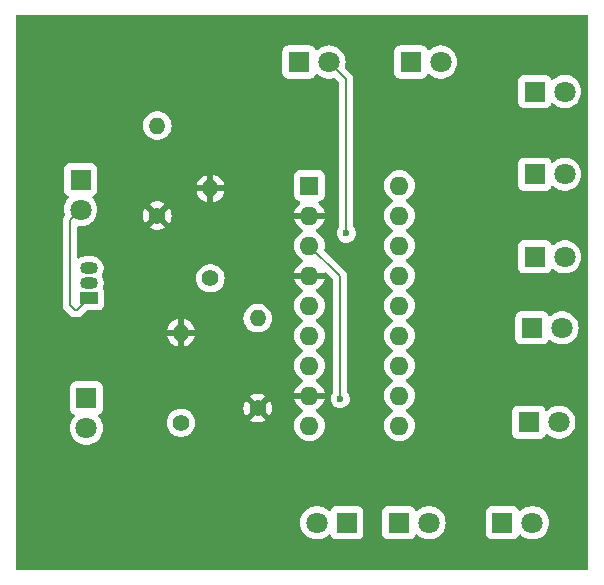
<source format=gbr>
%TF.GenerationSoftware,KiCad,Pcbnew,8.0.1*%
%TF.CreationDate,2024-04-03T23:12:43-04:00*%
%TF.ProjectId,recyclobot,72656379-636c-46f6-926f-742e6b696361,rev?*%
%TF.SameCoordinates,Original*%
%TF.FileFunction,Copper,L2,Bot*%
%TF.FilePolarity,Positive*%
%FSLAX46Y46*%
G04 Gerber Fmt 4.6, Leading zero omitted, Abs format (unit mm)*
G04 Created by KiCad (PCBNEW 8.0.1) date 2024-04-03 23:12:43*
%MOMM*%
%LPD*%
G01*
G04 APERTURE LIST*
%TA.AperFunction,ComponentPad*%
%ADD10R,1.800000X1.800000*%
%TD*%
%TA.AperFunction,ComponentPad*%
%ADD11C,1.800000*%
%TD*%
%TA.AperFunction,ComponentPad*%
%ADD12R,1.500000X1.050000*%
%TD*%
%TA.AperFunction,ComponentPad*%
%ADD13O,1.500000X1.050000*%
%TD*%
%TA.AperFunction,ComponentPad*%
%ADD14C,1.400000*%
%TD*%
%TA.AperFunction,ComponentPad*%
%ADD15O,1.400000X1.400000*%
%TD*%
%TA.AperFunction,ComponentPad*%
%ADD16R,1.600000X1.600000*%
%TD*%
%TA.AperFunction,ComponentPad*%
%ADD17O,1.600000X1.600000*%
%TD*%
%TA.AperFunction,ViaPad*%
%ADD18C,0.600000*%
%TD*%
%TA.AperFunction,Conductor*%
%ADD19C,0.200000*%
%TD*%
G04 APERTURE END LIST*
D10*
%TO.P,D6,1,K*%
%TO.N,Net-(D6-K)*%
X146960000Y-100000000D03*
D11*
%TO.P,D6,2,A*%
%TO.N,+5V*%
X149500000Y-100000000D03*
%TD*%
D10*
%TO.P,D1,1,K*%
%TO.N,Net-(D1-K)*%
X108500000Y-93460000D03*
D11*
%TO.P,D1,2,A*%
%TO.N,+5V*%
X108500000Y-96000000D03*
%TD*%
D10*
%TO.P,Q1,1,C*%
%TO.N,+5V*%
X109000000Y-111950000D03*
D11*
%TO.P,Q1,2,E*%
%TO.N,Net-(Q1-E)*%
X109000000Y-114490000D03*
%TD*%
D10*
%TO.P,D7,1,K*%
%TO.N,Net-(D7-K)*%
X146725000Y-106000000D03*
D11*
%TO.P,D7,2,A*%
%TO.N,+5V*%
X149265000Y-106000000D03*
%TD*%
D10*
%TO.P,D3,1,K*%
%TO.N,Net-(D3-K)*%
X136460000Y-83500000D03*
D11*
%TO.P,D3,2,A*%
%TO.N,+5V*%
X139000000Y-83500000D03*
%TD*%
D10*
%TO.P,D4,1,K*%
%TO.N,Net-(D4-K)*%
X146960000Y-86000000D03*
D11*
%TO.P,D4,2,A*%
%TO.N,+5V*%
X149500000Y-86000000D03*
%TD*%
D10*
%TO.P,D2,1,K*%
%TO.N,Net-(D2-K)*%
X127000000Y-83500000D03*
D11*
%TO.P,D2,2,A*%
%TO.N,+5V*%
X129540000Y-83500000D03*
%TD*%
D12*
%TO.P,Q3,1,C*%
%TO.N,+5V*%
X109220000Y-103500000D03*
D13*
%TO.P,Q3,2,B*%
%TO.N,Net-(Q1-E)*%
X109220000Y-102230000D03*
%TO.P,Q3,3,E*%
%TO.N,Net-(Q3-E)*%
X109220000Y-100960000D03*
%TD*%
D14*
%TO.P,R4,1*%
%TO.N,Net-(Q1-E)*%
X117005000Y-114045000D03*
D15*
%TO.P,R4,2*%
%TO.N,GND*%
X117005000Y-106425000D03*
%TD*%
D10*
%TO.P,D9,1,K*%
%TO.N,Net-(D9-K)*%
X144225000Y-122500000D03*
D11*
%TO.P,D9,2,A*%
%TO.N,+5V*%
X146765000Y-122500000D03*
%TD*%
D10*
%TO.P,D10,1,K*%
%TO.N,Net-(D10-K)*%
X135460000Y-122500000D03*
D11*
%TO.P,D10,2,A*%
%TO.N,+5V*%
X138000000Y-122500000D03*
%TD*%
D10*
%TO.P,D11,1,K*%
%TO.N,Net-(D11-K)*%
X131050000Y-122500000D03*
D11*
%TO.P,D11,2,A*%
%TO.N,+5V*%
X128510000Y-122500000D03*
%TD*%
D10*
%TO.P,D8,1,K*%
%TO.N,Net-(D8-K)*%
X146460000Y-114000000D03*
D11*
%TO.P,D8,2,A*%
%TO.N,+5V*%
X149000000Y-114000000D03*
%TD*%
D16*
%TO.P,U1,1,LED1*%
%TO.N,Net-(D2-K)*%
X127880000Y-93960000D03*
D17*
%TO.P,U1,2,V-*%
%TO.N,GND*%
X127880000Y-96500000D03*
%TO.P,U1,3,V+*%
%TO.N,+5V*%
X127880000Y-99040000D03*
%TO.P,U1,4,RLO*%
%TO.N,GND*%
X127880000Y-101580000D03*
%TO.P,U1,5,SIG*%
%TO.N,Net-(Q3-E)*%
X127880000Y-104120000D03*
%TO.P,U1,6,RHI*%
%TO.N,Net-(U1-REFOUT)*%
X127880000Y-106660000D03*
%TO.P,U1,7,REFOUT*%
X127880000Y-109200000D03*
%TO.P,U1,8,REFADJ*%
%TO.N,GND*%
X127880000Y-111740000D03*
%TO.P,U1,9,MODE*%
%TO.N,+5V*%
X127880000Y-114280000D03*
%TO.P,U1,10,LED10*%
%TO.N,Net-(D11-K)*%
X135500000Y-114280000D03*
%TO.P,U1,11,LED9*%
%TO.N,Net-(D10-K)*%
X135500000Y-111740000D03*
%TO.P,U1,12,LED8*%
%TO.N,Net-(D9-K)*%
X135500000Y-109200000D03*
%TO.P,U1,13,LED7*%
%TO.N,Net-(D8-K)*%
X135500000Y-106660000D03*
%TO.P,U1,14,LED6*%
%TO.N,Net-(D7-K)*%
X135500000Y-104120000D03*
%TO.P,U1,15,LED5*%
%TO.N,Net-(D6-K)*%
X135500000Y-101580000D03*
%TO.P,U1,16,LED4*%
%TO.N,Net-(D5-K)*%
X135500000Y-99040000D03*
%TO.P,U1,17,LED3*%
%TO.N,Net-(D4-K)*%
X135500000Y-96500000D03*
%TO.P,U1,18,LED2*%
%TO.N,Net-(D3-K)*%
X135500000Y-93960000D03*
%TD*%
D14*
%TO.P,R5,1*%
%TO.N,Net-(Q3-E)*%
X119500000Y-101810000D03*
D15*
%TO.P,R5,2*%
%TO.N,GND*%
X119500000Y-94190000D03*
%TD*%
D14*
%TO.P,R3,1*%
%TO.N,GND*%
X115000000Y-96500000D03*
D15*
%TO.P,R3,2*%
%TO.N,Net-(D1-K)*%
X115000000Y-88880000D03*
%TD*%
D14*
%TO.P,R1,1*%
%TO.N,GND*%
X123500000Y-112810000D03*
D15*
%TO.P,R1,2*%
%TO.N,Net-(U1-REFOUT)*%
X123500000Y-105190000D03*
%TD*%
D10*
%TO.P,D5,1,K*%
%TO.N,Net-(D5-K)*%
X146960000Y-93000000D03*
D11*
%TO.P,D5,2,A*%
%TO.N,+5V*%
X149500000Y-93000000D03*
%TD*%
D18*
%TO.N,+5V*%
X130500000Y-112000000D03*
X131000000Y-98000000D03*
%TO.N,GND*%
X107500000Y-119500000D03*
X132000000Y-103000000D03*
X140500000Y-97000000D03*
X150000000Y-124500000D03*
X107000000Y-84000000D03*
X122500000Y-93500000D03*
X146500000Y-81000000D03*
%TD*%
D19*
%TO.N,+5V*%
X108000000Y-104500000D02*
X108220000Y-104500000D01*
X108220000Y-104500000D02*
X109220000Y-103500000D01*
X107600000Y-104100000D02*
X107600000Y-96900000D01*
X107600000Y-96900000D02*
X108500000Y-96000000D01*
X130500000Y-101660000D02*
X127880000Y-99040000D01*
X108000000Y-104500000D02*
X107600000Y-104100000D01*
X130500000Y-112000000D02*
X130500000Y-101660000D01*
X131000000Y-98000000D02*
X131000000Y-84960000D01*
X131000000Y-84960000D02*
X129540000Y-83500000D01*
%TD*%
%TA.AperFunction,Conductor*%
%TO.N,GND*%
G36*
X151442539Y-79520185D02*
G01*
X151488294Y-79572989D01*
X151499500Y-79624500D01*
X151499500Y-126375500D01*
X151479815Y-126442539D01*
X151427011Y-126488294D01*
X151375500Y-126499500D01*
X103124500Y-126499500D01*
X103057461Y-126479815D01*
X103011706Y-126427011D01*
X103000500Y-126375500D01*
X103000500Y-122500006D01*
X127104700Y-122500006D01*
X127123864Y-122731297D01*
X127123866Y-122731308D01*
X127180842Y-122956300D01*
X127274075Y-123168848D01*
X127401016Y-123363147D01*
X127401019Y-123363151D01*
X127401021Y-123363153D01*
X127558216Y-123533913D01*
X127558219Y-123533915D01*
X127558222Y-123533918D01*
X127741365Y-123676464D01*
X127741371Y-123676468D01*
X127741374Y-123676470D01*
X127945497Y-123786936D01*
X128059487Y-123826068D01*
X128165015Y-123862297D01*
X128165017Y-123862297D01*
X128165019Y-123862298D01*
X128393951Y-123900500D01*
X128393952Y-123900500D01*
X128626048Y-123900500D01*
X128626049Y-123900500D01*
X128854981Y-123862298D01*
X129074503Y-123786936D01*
X129278626Y-123676470D01*
X129461784Y-123533913D01*
X129470130Y-123524846D01*
X129530010Y-123488854D01*
X129599849Y-123490949D01*
X129657468Y-123530469D01*
X129677544Y-123565491D01*
X129706203Y-123642330D01*
X129706206Y-123642335D01*
X129792452Y-123757544D01*
X129792455Y-123757547D01*
X129907664Y-123843793D01*
X129907671Y-123843797D01*
X130042517Y-123894091D01*
X130042516Y-123894091D01*
X130049444Y-123894835D01*
X130102127Y-123900500D01*
X131997872Y-123900499D01*
X132057483Y-123894091D01*
X132192331Y-123843796D01*
X132307546Y-123757546D01*
X132393796Y-123642331D01*
X132444091Y-123507483D01*
X132450500Y-123447873D01*
X132450500Y-123447870D01*
X134059500Y-123447870D01*
X134059501Y-123447876D01*
X134065908Y-123507483D01*
X134116202Y-123642328D01*
X134116206Y-123642335D01*
X134202452Y-123757544D01*
X134202455Y-123757547D01*
X134317664Y-123843793D01*
X134317671Y-123843797D01*
X134452517Y-123894091D01*
X134452516Y-123894091D01*
X134459444Y-123894835D01*
X134512127Y-123900500D01*
X136407872Y-123900499D01*
X136467483Y-123894091D01*
X136602331Y-123843796D01*
X136717546Y-123757546D01*
X136803796Y-123642331D01*
X136832455Y-123565493D01*
X136874326Y-123509559D01*
X136939790Y-123485141D01*
X137008063Y-123499992D01*
X137039866Y-123524843D01*
X137045046Y-123530469D01*
X137048215Y-123533912D01*
X137048222Y-123533918D01*
X137231365Y-123676464D01*
X137231371Y-123676468D01*
X137231374Y-123676470D01*
X137435497Y-123786936D01*
X137549487Y-123826068D01*
X137655015Y-123862297D01*
X137655017Y-123862297D01*
X137655019Y-123862298D01*
X137883951Y-123900500D01*
X137883952Y-123900500D01*
X138116048Y-123900500D01*
X138116049Y-123900500D01*
X138344981Y-123862298D01*
X138564503Y-123786936D01*
X138768626Y-123676470D01*
X138951784Y-123533913D01*
X139030992Y-123447870D01*
X142824500Y-123447870D01*
X142824501Y-123447876D01*
X142830908Y-123507483D01*
X142881202Y-123642328D01*
X142881206Y-123642335D01*
X142967452Y-123757544D01*
X142967455Y-123757547D01*
X143082664Y-123843793D01*
X143082671Y-123843797D01*
X143217517Y-123894091D01*
X143217516Y-123894091D01*
X143224444Y-123894835D01*
X143277127Y-123900500D01*
X145172872Y-123900499D01*
X145232483Y-123894091D01*
X145367331Y-123843796D01*
X145482546Y-123757546D01*
X145568796Y-123642331D01*
X145597455Y-123565493D01*
X145639326Y-123509559D01*
X145704790Y-123485141D01*
X145773063Y-123499992D01*
X145804866Y-123524843D01*
X145810046Y-123530469D01*
X145813215Y-123533912D01*
X145813222Y-123533918D01*
X145996365Y-123676464D01*
X145996371Y-123676468D01*
X145996374Y-123676470D01*
X146200497Y-123786936D01*
X146314487Y-123826068D01*
X146420015Y-123862297D01*
X146420017Y-123862297D01*
X146420019Y-123862298D01*
X146648951Y-123900500D01*
X146648952Y-123900500D01*
X146881048Y-123900500D01*
X146881049Y-123900500D01*
X147109981Y-123862298D01*
X147329503Y-123786936D01*
X147533626Y-123676470D01*
X147716784Y-123533913D01*
X147873979Y-123363153D01*
X148000924Y-123168849D01*
X148094157Y-122956300D01*
X148151134Y-122731305D01*
X148170300Y-122500000D01*
X148170300Y-122499993D01*
X148151135Y-122268702D01*
X148151133Y-122268691D01*
X148094157Y-122043699D01*
X148000924Y-121831151D01*
X147873983Y-121636852D01*
X147873980Y-121636849D01*
X147873979Y-121636847D01*
X147716784Y-121466087D01*
X147716779Y-121466083D01*
X147716777Y-121466081D01*
X147533634Y-121323535D01*
X147533628Y-121323531D01*
X147329504Y-121213064D01*
X147329495Y-121213061D01*
X147109984Y-121137702D01*
X146919450Y-121105908D01*
X146881049Y-121099500D01*
X146648951Y-121099500D01*
X146610550Y-121105908D01*
X146420015Y-121137702D01*
X146200504Y-121213061D01*
X146200495Y-121213064D01*
X145996371Y-121323531D01*
X145996365Y-121323535D01*
X145813222Y-121466081D01*
X145813218Y-121466085D01*
X145813216Y-121466086D01*
X145813216Y-121466087D01*
X145804870Y-121475154D01*
X145804866Y-121475158D01*
X145744979Y-121511148D01*
X145675141Y-121509047D01*
X145617525Y-121469522D01*
X145597455Y-121434507D01*
X145568797Y-121357671D01*
X145568793Y-121357664D01*
X145482547Y-121242455D01*
X145482544Y-121242452D01*
X145367335Y-121156206D01*
X145367328Y-121156202D01*
X145232482Y-121105908D01*
X145232483Y-121105908D01*
X145172883Y-121099501D01*
X145172881Y-121099500D01*
X145172873Y-121099500D01*
X145172864Y-121099500D01*
X143277129Y-121099500D01*
X143277123Y-121099501D01*
X143217516Y-121105908D01*
X143082671Y-121156202D01*
X143082664Y-121156206D01*
X142967455Y-121242452D01*
X142967452Y-121242455D01*
X142881206Y-121357664D01*
X142881202Y-121357671D01*
X142830908Y-121492517D01*
X142824501Y-121552116D01*
X142824501Y-121552123D01*
X142824500Y-121552135D01*
X142824500Y-123447870D01*
X139030992Y-123447870D01*
X139108979Y-123363153D01*
X139235924Y-123168849D01*
X139329157Y-122956300D01*
X139386134Y-122731305D01*
X139405300Y-122500000D01*
X139405300Y-122499993D01*
X139386135Y-122268702D01*
X139386133Y-122268691D01*
X139329157Y-122043699D01*
X139235924Y-121831151D01*
X139108983Y-121636852D01*
X139108980Y-121636849D01*
X139108979Y-121636847D01*
X138951784Y-121466087D01*
X138951779Y-121466083D01*
X138951777Y-121466081D01*
X138768634Y-121323535D01*
X138768628Y-121323531D01*
X138564504Y-121213064D01*
X138564495Y-121213061D01*
X138344984Y-121137702D01*
X138154450Y-121105908D01*
X138116049Y-121099500D01*
X137883951Y-121099500D01*
X137845550Y-121105908D01*
X137655015Y-121137702D01*
X137435504Y-121213061D01*
X137435495Y-121213064D01*
X137231371Y-121323531D01*
X137231365Y-121323535D01*
X137048222Y-121466081D01*
X137048218Y-121466085D01*
X137048216Y-121466086D01*
X137048216Y-121466087D01*
X137039870Y-121475154D01*
X137039866Y-121475158D01*
X136979979Y-121511148D01*
X136910141Y-121509047D01*
X136852525Y-121469522D01*
X136832455Y-121434507D01*
X136803797Y-121357671D01*
X136803793Y-121357664D01*
X136717547Y-121242455D01*
X136717544Y-121242452D01*
X136602335Y-121156206D01*
X136602328Y-121156202D01*
X136467482Y-121105908D01*
X136467483Y-121105908D01*
X136407883Y-121099501D01*
X136407881Y-121099500D01*
X136407873Y-121099500D01*
X136407864Y-121099500D01*
X134512129Y-121099500D01*
X134512123Y-121099501D01*
X134452516Y-121105908D01*
X134317671Y-121156202D01*
X134317664Y-121156206D01*
X134202455Y-121242452D01*
X134202452Y-121242455D01*
X134116206Y-121357664D01*
X134116202Y-121357671D01*
X134065908Y-121492517D01*
X134059501Y-121552116D01*
X134059501Y-121552123D01*
X134059500Y-121552135D01*
X134059500Y-123447870D01*
X132450500Y-123447870D01*
X132450499Y-121552128D01*
X132444091Y-121492517D01*
X132435514Y-121469522D01*
X132393797Y-121357671D01*
X132393793Y-121357664D01*
X132307547Y-121242455D01*
X132307544Y-121242452D01*
X132192335Y-121156206D01*
X132192328Y-121156202D01*
X132057482Y-121105908D01*
X132057483Y-121105908D01*
X131997883Y-121099501D01*
X131997881Y-121099500D01*
X131997873Y-121099500D01*
X131997864Y-121099500D01*
X130102129Y-121099500D01*
X130102123Y-121099501D01*
X130042516Y-121105908D01*
X129907671Y-121156202D01*
X129907664Y-121156206D01*
X129792455Y-121242452D01*
X129792452Y-121242455D01*
X129706206Y-121357664D01*
X129706203Y-121357670D01*
X129677544Y-121434508D01*
X129635672Y-121490441D01*
X129570208Y-121514858D01*
X129501935Y-121500006D01*
X129470135Y-121475158D01*
X129461784Y-121466087D01*
X129461778Y-121466082D01*
X129461777Y-121466081D01*
X129278634Y-121323535D01*
X129278628Y-121323531D01*
X129074504Y-121213064D01*
X129074495Y-121213061D01*
X128854984Y-121137702D01*
X128664450Y-121105908D01*
X128626049Y-121099500D01*
X128393951Y-121099500D01*
X128355550Y-121105908D01*
X128165015Y-121137702D01*
X127945504Y-121213061D01*
X127945495Y-121213064D01*
X127741371Y-121323531D01*
X127741365Y-121323535D01*
X127558222Y-121466081D01*
X127558219Y-121466084D01*
X127558216Y-121466086D01*
X127558216Y-121466087D01*
X127518669Y-121509047D01*
X127401016Y-121636852D01*
X127274075Y-121831151D01*
X127180842Y-122043699D01*
X127123866Y-122268691D01*
X127123864Y-122268702D01*
X127104700Y-122499993D01*
X127104700Y-122500006D01*
X103000500Y-122500006D01*
X103000500Y-114490006D01*
X107594700Y-114490006D01*
X107613864Y-114721297D01*
X107613866Y-114721308D01*
X107670842Y-114946300D01*
X107764075Y-115158848D01*
X107891016Y-115353147D01*
X107891019Y-115353151D01*
X107891021Y-115353153D01*
X108048216Y-115523913D01*
X108048219Y-115523915D01*
X108048222Y-115523918D01*
X108231365Y-115666464D01*
X108231371Y-115666468D01*
X108231374Y-115666470D01*
X108435497Y-115776936D01*
X108549487Y-115816068D01*
X108655015Y-115852297D01*
X108655017Y-115852297D01*
X108655019Y-115852298D01*
X108883951Y-115890500D01*
X108883952Y-115890500D01*
X109116048Y-115890500D01*
X109116049Y-115890500D01*
X109344981Y-115852298D01*
X109564503Y-115776936D01*
X109768626Y-115666470D01*
X109951784Y-115523913D01*
X110108979Y-115353153D01*
X110235924Y-115158849D01*
X110329157Y-114946300D01*
X110386134Y-114721305D01*
X110386135Y-114721297D01*
X110405300Y-114490006D01*
X110405300Y-114489993D01*
X110386135Y-114258702D01*
X110386133Y-114258691D01*
X110332019Y-114045000D01*
X115799357Y-114045000D01*
X115819884Y-114266535D01*
X115819885Y-114266537D01*
X115880769Y-114480523D01*
X115880775Y-114480538D01*
X115979938Y-114679683D01*
X115979943Y-114679691D01*
X116114020Y-114857238D01*
X116278437Y-115007123D01*
X116278439Y-115007125D01*
X116467595Y-115124245D01*
X116467596Y-115124245D01*
X116467599Y-115124247D01*
X116675060Y-115204618D01*
X116893757Y-115245500D01*
X116893759Y-115245500D01*
X117116241Y-115245500D01*
X117116243Y-115245500D01*
X117334940Y-115204618D01*
X117542401Y-115124247D01*
X117731562Y-115007124D01*
X117871282Y-114879751D01*
X117895979Y-114857238D01*
X117926792Y-114816436D01*
X118030058Y-114679689D01*
X118129229Y-114480528D01*
X118186284Y-114280001D01*
X126574532Y-114280001D01*
X126594364Y-114506686D01*
X126594366Y-114506697D01*
X126653258Y-114726488D01*
X126653261Y-114726497D01*
X126749431Y-114932732D01*
X126749432Y-114932734D01*
X126879954Y-115119141D01*
X127040858Y-115280045D01*
X127050702Y-115286938D01*
X127227266Y-115410568D01*
X127433504Y-115506739D01*
X127653308Y-115565635D01*
X127815230Y-115579801D01*
X127879998Y-115585468D01*
X127880000Y-115585468D01*
X127880002Y-115585468D01*
X127936673Y-115580509D01*
X128106692Y-115565635D01*
X128326496Y-115506739D01*
X128532734Y-115410568D01*
X128719139Y-115280047D01*
X128880047Y-115119139D01*
X129010568Y-114932734D01*
X129106739Y-114726496D01*
X129165635Y-114506692D01*
X129185468Y-114280001D01*
X134194532Y-114280001D01*
X134214364Y-114506686D01*
X134214366Y-114506697D01*
X134273258Y-114726488D01*
X134273261Y-114726497D01*
X134369431Y-114932732D01*
X134369432Y-114932734D01*
X134499954Y-115119141D01*
X134660858Y-115280045D01*
X134670702Y-115286938D01*
X134847266Y-115410568D01*
X135053504Y-115506739D01*
X135273308Y-115565635D01*
X135435230Y-115579801D01*
X135499998Y-115585468D01*
X135500000Y-115585468D01*
X135500002Y-115585468D01*
X135556673Y-115580509D01*
X135726692Y-115565635D01*
X135946496Y-115506739D01*
X136152734Y-115410568D01*
X136339139Y-115280047D01*
X136500047Y-115119139D01*
X136619970Y-114947870D01*
X145059500Y-114947870D01*
X145059501Y-114947876D01*
X145065908Y-115007483D01*
X145116202Y-115142328D01*
X145116206Y-115142335D01*
X145202452Y-115257544D01*
X145202455Y-115257547D01*
X145317664Y-115343793D01*
X145317671Y-115343797D01*
X145452517Y-115394091D01*
X145452516Y-115394091D01*
X145459444Y-115394835D01*
X145512127Y-115400500D01*
X147407872Y-115400499D01*
X147467483Y-115394091D01*
X147602331Y-115343796D01*
X147717546Y-115257546D01*
X147803796Y-115142331D01*
X147832455Y-115065493D01*
X147874326Y-115009559D01*
X147939790Y-114985141D01*
X148008063Y-114999992D01*
X148039866Y-115024843D01*
X148047302Y-115032920D01*
X148048215Y-115033912D01*
X148048222Y-115033918D01*
X148231365Y-115176464D01*
X148231371Y-115176468D01*
X148231374Y-115176470D01*
X148283387Y-115204618D01*
X148422763Y-115280045D01*
X148435497Y-115286936D01*
X148549487Y-115326068D01*
X148655015Y-115362297D01*
X148655017Y-115362297D01*
X148655019Y-115362298D01*
X148883951Y-115400500D01*
X148883952Y-115400500D01*
X149116048Y-115400500D01*
X149116049Y-115400500D01*
X149344981Y-115362298D01*
X149564503Y-115286936D01*
X149768626Y-115176470D01*
X149951784Y-115033913D01*
X150108979Y-114863153D01*
X150112844Y-114857238D01*
X150139501Y-114816436D01*
X150235924Y-114668849D01*
X150329157Y-114456300D01*
X150386134Y-114231305D01*
X150386135Y-114231297D01*
X150405300Y-114000006D01*
X150405300Y-113999993D01*
X150386135Y-113768702D01*
X150386133Y-113768691D01*
X150329157Y-113543699D01*
X150235924Y-113331151D01*
X150108983Y-113136852D01*
X150108980Y-113136849D01*
X150108979Y-113136847D01*
X149951784Y-112966087D01*
X149951779Y-112966083D01*
X149951777Y-112966081D01*
X149768634Y-112823535D01*
X149768628Y-112823531D01*
X149564504Y-112713064D01*
X149564495Y-112713061D01*
X149344984Y-112637702D01*
X149154450Y-112605908D01*
X149116049Y-112599500D01*
X148883951Y-112599500D01*
X148845550Y-112605908D01*
X148655015Y-112637702D01*
X148435504Y-112713061D01*
X148435495Y-112713064D01*
X148231371Y-112823531D01*
X148231365Y-112823535D01*
X148048222Y-112966081D01*
X148048218Y-112966085D01*
X148039866Y-112975158D01*
X147979979Y-113011148D01*
X147910141Y-113009047D01*
X147852525Y-112969522D01*
X147832455Y-112934507D01*
X147803797Y-112857671D01*
X147803793Y-112857664D01*
X147717547Y-112742455D01*
X147717544Y-112742452D01*
X147602335Y-112656206D01*
X147602328Y-112656202D01*
X147467482Y-112605908D01*
X147467483Y-112605908D01*
X147407883Y-112599501D01*
X147407881Y-112599500D01*
X147407873Y-112599500D01*
X147407864Y-112599500D01*
X145512129Y-112599500D01*
X145512123Y-112599501D01*
X145452516Y-112605908D01*
X145317671Y-112656202D01*
X145317664Y-112656206D01*
X145202455Y-112742452D01*
X145202452Y-112742455D01*
X145116206Y-112857664D01*
X145116202Y-112857671D01*
X145065908Y-112992517D01*
X145059501Y-113052116D01*
X145059500Y-113052135D01*
X145059500Y-114947870D01*
X136619970Y-114947870D01*
X136630568Y-114932734D01*
X136726739Y-114726496D01*
X136785635Y-114506692D01*
X136805468Y-114280000D01*
X136785635Y-114053308D01*
X136726739Y-113833504D01*
X136630568Y-113627266D01*
X136502543Y-113444425D01*
X136500045Y-113440858D01*
X136339141Y-113279954D01*
X136152734Y-113149432D01*
X136152728Y-113149429D01*
X136094725Y-113122382D01*
X136042285Y-113076210D01*
X136023133Y-113009017D01*
X136043348Y-112942135D01*
X136094725Y-112897618D01*
X136095319Y-112897341D01*
X136152734Y-112870568D01*
X136339139Y-112740047D01*
X136500047Y-112579139D01*
X136630568Y-112392734D01*
X136726739Y-112186496D01*
X136785635Y-111966692D01*
X136805468Y-111740000D01*
X136785635Y-111513308D01*
X136726739Y-111293504D01*
X136630568Y-111087266D01*
X136500047Y-110900861D01*
X136500045Y-110900858D01*
X136339141Y-110739954D01*
X136152734Y-110609432D01*
X136152728Y-110609429D01*
X136094725Y-110582382D01*
X136042285Y-110536210D01*
X136023133Y-110469017D01*
X136043348Y-110402135D01*
X136094725Y-110357618D01*
X136152734Y-110330568D01*
X136339139Y-110200047D01*
X136500047Y-110039139D01*
X136630568Y-109852734D01*
X136726739Y-109646496D01*
X136785635Y-109426692D01*
X136805468Y-109200000D01*
X136785635Y-108973308D01*
X136726739Y-108753504D01*
X136630568Y-108547266D01*
X136500047Y-108360861D01*
X136500045Y-108360858D01*
X136339141Y-108199954D01*
X136152734Y-108069432D01*
X136152728Y-108069429D01*
X136094725Y-108042382D01*
X136042285Y-107996210D01*
X136023133Y-107929017D01*
X136043348Y-107862135D01*
X136094725Y-107817618D01*
X136152734Y-107790568D01*
X136339139Y-107660047D01*
X136500047Y-107499139D01*
X136630568Y-107312734D01*
X136726739Y-107106496D01*
X136769242Y-106947870D01*
X145324500Y-106947870D01*
X145324501Y-106947876D01*
X145330908Y-107007483D01*
X145381202Y-107142328D01*
X145381206Y-107142335D01*
X145467452Y-107257544D01*
X145467455Y-107257547D01*
X145582664Y-107343793D01*
X145582671Y-107343797D01*
X145717517Y-107394091D01*
X145717516Y-107394091D01*
X145724444Y-107394835D01*
X145777127Y-107400500D01*
X147672872Y-107400499D01*
X147732483Y-107394091D01*
X147867331Y-107343796D01*
X147982546Y-107257546D01*
X148068796Y-107142331D01*
X148097455Y-107065493D01*
X148139326Y-107009559D01*
X148204790Y-106985141D01*
X148273063Y-106999992D01*
X148304866Y-107024843D01*
X148312302Y-107032920D01*
X148313215Y-107033912D01*
X148313222Y-107033918D01*
X148496365Y-107176464D01*
X148496371Y-107176468D01*
X148496374Y-107176470D01*
X148700497Y-107286936D01*
X148775644Y-107312734D01*
X148920015Y-107362297D01*
X148920017Y-107362297D01*
X148920019Y-107362298D01*
X149148951Y-107400500D01*
X149148952Y-107400500D01*
X149381048Y-107400500D01*
X149381049Y-107400500D01*
X149609981Y-107362298D01*
X149829503Y-107286936D01*
X150033626Y-107176470D01*
X150216784Y-107033913D01*
X150373979Y-106863153D01*
X150500924Y-106668849D01*
X150594157Y-106456300D01*
X150651134Y-106231305D01*
X150651135Y-106231297D01*
X150670300Y-106000006D01*
X150670300Y-105999993D01*
X150651135Y-105768702D01*
X150651133Y-105768691D01*
X150594157Y-105543699D01*
X150500924Y-105331151D01*
X150373983Y-105136852D01*
X150373980Y-105136849D01*
X150373979Y-105136847D01*
X150216784Y-104966087D01*
X150216779Y-104966083D01*
X150216777Y-104966081D01*
X150033634Y-104823535D01*
X150033628Y-104823531D01*
X149829504Y-104713064D01*
X149829495Y-104713061D01*
X149609984Y-104637702D01*
X149419450Y-104605908D01*
X149381049Y-104599500D01*
X149148951Y-104599500D01*
X149110550Y-104605908D01*
X148920015Y-104637702D01*
X148700504Y-104713061D01*
X148700495Y-104713064D01*
X148496371Y-104823531D01*
X148496365Y-104823535D01*
X148313222Y-104966081D01*
X148313218Y-104966085D01*
X148304866Y-104975158D01*
X148244979Y-105011148D01*
X148175141Y-105009047D01*
X148117525Y-104969522D01*
X148097455Y-104934507D01*
X148068797Y-104857671D01*
X148068793Y-104857664D01*
X147982547Y-104742455D01*
X147982544Y-104742452D01*
X147867335Y-104656206D01*
X147867328Y-104656202D01*
X147732482Y-104605908D01*
X147732483Y-104605908D01*
X147672883Y-104599501D01*
X147672881Y-104599500D01*
X147672873Y-104599500D01*
X147672864Y-104599500D01*
X145777129Y-104599500D01*
X145777123Y-104599501D01*
X145717516Y-104605908D01*
X145582671Y-104656202D01*
X145582664Y-104656206D01*
X145467455Y-104742452D01*
X145467452Y-104742455D01*
X145381206Y-104857664D01*
X145381202Y-104857671D01*
X145330908Y-104992517D01*
X145324501Y-105052116D01*
X145324500Y-105052135D01*
X145324500Y-106947870D01*
X136769242Y-106947870D01*
X136785635Y-106886692D01*
X136805468Y-106660000D01*
X136785635Y-106433308D01*
X136726739Y-106213504D01*
X136630568Y-106007266D01*
X136500047Y-105820861D01*
X136500045Y-105820858D01*
X136339141Y-105659954D01*
X136152734Y-105529432D01*
X136152728Y-105529429D01*
X136094725Y-105502382D01*
X136042285Y-105456210D01*
X136023133Y-105389017D01*
X136043348Y-105322135D01*
X136094725Y-105277618D01*
X136152734Y-105250568D01*
X136339139Y-105120047D01*
X136500047Y-104959139D01*
X136630568Y-104772734D01*
X136726739Y-104566496D01*
X136785635Y-104346692D01*
X136805468Y-104120000D01*
X136785635Y-103893308D01*
X136726739Y-103673504D01*
X136630568Y-103467266D01*
X136500047Y-103280861D01*
X136500045Y-103280858D01*
X136339141Y-103119954D01*
X136152734Y-102989432D01*
X136152728Y-102989429D01*
X136094725Y-102962382D01*
X136042285Y-102916210D01*
X136023133Y-102849017D01*
X136043348Y-102782135D01*
X136094725Y-102737618D01*
X136105334Y-102732671D01*
X136152734Y-102710568D01*
X136339139Y-102580047D01*
X136500047Y-102419139D01*
X136630568Y-102232734D01*
X136726739Y-102026496D01*
X136785635Y-101806692D01*
X136804156Y-101595000D01*
X136805468Y-101580001D01*
X136805468Y-101579998D01*
X136793723Y-101445753D01*
X136785635Y-101353308D01*
X136726739Y-101133504D01*
X136640176Y-100947870D01*
X145559500Y-100947870D01*
X145559501Y-100947876D01*
X145565908Y-101007483D01*
X145616202Y-101142328D01*
X145616206Y-101142335D01*
X145702452Y-101257544D01*
X145702455Y-101257547D01*
X145817664Y-101343793D01*
X145817671Y-101343797D01*
X145952517Y-101394091D01*
X145952516Y-101394091D01*
X145959444Y-101394835D01*
X146012127Y-101400500D01*
X147907872Y-101400499D01*
X147967483Y-101394091D01*
X148102331Y-101343796D01*
X148217546Y-101257546D01*
X148303796Y-101142331D01*
X148332455Y-101065493D01*
X148374326Y-101009559D01*
X148439790Y-100985141D01*
X148508063Y-100999992D01*
X148539866Y-101024843D01*
X148547302Y-101032920D01*
X148548215Y-101033912D01*
X148548222Y-101033918D01*
X148731365Y-101176464D01*
X148731371Y-101176468D01*
X148731374Y-101176470D01*
X148935497Y-101286936D01*
X149049487Y-101326068D01*
X149155015Y-101362297D01*
X149155017Y-101362297D01*
X149155019Y-101362298D01*
X149383951Y-101400500D01*
X149383952Y-101400500D01*
X149616048Y-101400500D01*
X149616049Y-101400500D01*
X149844981Y-101362298D01*
X150064503Y-101286936D01*
X150268626Y-101176470D01*
X150451784Y-101033913D01*
X150608979Y-100863153D01*
X150735924Y-100668849D01*
X150829157Y-100456300D01*
X150886134Y-100231305D01*
X150888903Y-100197893D01*
X150905300Y-100000006D01*
X150905300Y-99999993D01*
X150886135Y-99768702D01*
X150886133Y-99768691D01*
X150829157Y-99543699D01*
X150735924Y-99331151D01*
X150608983Y-99136852D01*
X150608980Y-99136849D01*
X150608979Y-99136847D01*
X150451784Y-98966087D01*
X150451779Y-98966083D01*
X150451777Y-98966081D01*
X150268634Y-98823535D01*
X150268628Y-98823531D01*
X150064504Y-98713064D01*
X150064495Y-98713061D01*
X149844984Y-98637702D01*
X149654450Y-98605908D01*
X149616049Y-98599500D01*
X149383951Y-98599500D01*
X149345550Y-98605908D01*
X149155015Y-98637702D01*
X148935504Y-98713061D01*
X148935495Y-98713064D01*
X148731371Y-98823531D01*
X148731365Y-98823535D01*
X148548222Y-98966081D01*
X148548218Y-98966085D01*
X148539866Y-98975158D01*
X148479979Y-99011148D01*
X148410141Y-99009047D01*
X148352525Y-98969522D01*
X148332455Y-98934507D01*
X148303797Y-98857671D01*
X148303793Y-98857664D01*
X148217547Y-98742455D01*
X148217544Y-98742452D01*
X148102335Y-98656206D01*
X148102328Y-98656202D01*
X147967482Y-98605908D01*
X147967483Y-98605908D01*
X147907883Y-98599501D01*
X147907881Y-98599500D01*
X147907873Y-98599500D01*
X147907864Y-98599500D01*
X146012129Y-98599500D01*
X146012123Y-98599501D01*
X145952516Y-98605908D01*
X145817671Y-98656202D01*
X145817664Y-98656206D01*
X145702455Y-98742452D01*
X145702452Y-98742455D01*
X145616206Y-98857664D01*
X145616202Y-98857671D01*
X145565908Y-98992517D01*
X145559501Y-99052116D01*
X145559500Y-99052135D01*
X145559500Y-100947870D01*
X136640176Y-100947870D01*
X136630568Y-100927266D01*
X136500047Y-100740861D01*
X136500045Y-100740858D01*
X136339141Y-100579954D01*
X136152734Y-100449432D01*
X136152728Y-100449429D01*
X136094725Y-100422382D01*
X136042285Y-100376210D01*
X136023133Y-100309017D01*
X136043348Y-100242135D01*
X136094725Y-100197618D01*
X136152734Y-100170568D01*
X136339139Y-100040047D01*
X136500047Y-99879139D01*
X136630568Y-99692734D01*
X136726739Y-99486496D01*
X136785635Y-99266692D01*
X136805468Y-99040000D01*
X136785635Y-98813308D01*
X136726739Y-98593504D01*
X136630568Y-98387266D01*
X136500047Y-98200861D01*
X136500045Y-98200858D01*
X136339141Y-98039954D01*
X136152734Y-97909432D01*
X136152728Y-97909429D01*
X136094725Y-97882382D01*
X136042285Y-97836210D01*
X136023133Y-97769017D01*
X136043348Y-97702135D01*
X136094725Y-97657618D01*
X136095319Y-97657341D01*
X136152734Y-97630568D01*
X136339139Y-97500047D01*
X136500047Y-97339139D01*
X136630568Y-97152734D01*
X136726739Y-96946496D01*
X136785635Y-96726692D01*
X136805468Y-96500000D01*
X136803426Y-96476665D01*
X136785635Y-96273313D01*
X136785635Y-96273308D01*
X136726739Y-96053504D01*
X136630568Y-95847266D01*
X136500047Y-95660861D01*
X136500045Y-95660858D01*
X136339141Y-95499954D01*
X136152734Y-95369432D01*
X136152728Y-95369429D01*
X136094725Y-95342382D01*
X136042285Y-95296210D01*
X136023133Y-95229017D01*
X136043348Y-95162135D01*
X136094725Y-95117618D01*
X136152734Y-95090568D01*
X136339139Y-94960047D01*
X136500047Y-94799139D01*
X136630568Y-94612734D01*
X136726739Y-94406496D01*
X136785635Y-94186692D01*
X136805468Y-93960000D01*
X136804407Y-93947870D01*
X145559500Y-93947870D01*
X145559501Y-93947876D01*
X145565908Y-94007483D01*
X145616202Y-94142328D01*
X145616206Y-94142335D01*
X145702452Y-94257544D01*
X145702455Y-94257547D01*
X145817664Y-94343793D01*
X145817671Y-94343797D01*
X145952517Y-94394091D01*
X145952516Y-94394091D01*
X145959444Y-94394835D01*
X146012127Y-94400500D01*
X147907872Y-94400499D01*
X147967483Y-94394091D01*
X148102331Y-94343796D01*
X148217546Y-94257546D01*
X148303796Y-94142331D01*
X148332455Y-94065493D01*
X148374326Y-94009559D01*
X148439790Y-93985141D01*
X148508063Y-93999992D01*
X148539866Y-94024843D01*
X148547302Y-94032920D01*
X148548215Y-94033912D01*
X148548222Y-94033918D01*
X148731365Y-94176464D01*
X148731371Y-94176468D01*
X148731374Y-94176470D01*
X148935497Y-94286936D01*
X149046650Y-94325095D01*
X149155015Y-94362297D01*
X149155017Y-94362297D01*
X149155019Y-94362298D01*
X149383951Y-94400500D01*
X149383952Y-94400500D01*
X149616048Y-94400500D01*
X149616049Y-94400500D01*
X149844981Y-94362298D01*
X150064503Y-94286936D01*
X150268626Y-94176470D01*
X150451784Y-94033913D01*
X150608979Y-93863153D01*
X150735924Y-93668849D01*
X150829157Y-93456300D01*
X150886134Y-93231305D01*
X150886385Y-93228278D01*
X150905300Y-93000006D01*
X150905300Y-92999993D01*
X150886135Y-92768702D01*
X150886133Y-92768691D01*
X150829157Y-92543699D01*
X150735924Y-92331151D01*
X150608983Y-92136852D01*
X150608980Y-92136849D01*
X150608979Y-92136847D01*
X150451784Y-91966087D01*
X150451779Y-91966083D01*
X150451777Y-91966081D01*
X150268634Y-91823535D01*
X150268628Y-91823531D01*
X150064504Y-91713064D01*
X150064495Y-91713061D01*
X149844984Y-91637702D01*
X149654450Y-91605908D01*
X149616049Y-91599500D01*
X149383951Y-91599500D01*
X149345550Y-91605908D01*
X149155015Y-91637702D01*
X148935504Y-91713061D01*
X148935495Y-91713064D01*
X148731371Y-91823531D01*
X148731365Y-91823535D01*
X148548222Y-91966081D01*
X148548218Y-91966085D01*
X148539866Y-91975158D01*
X148479979Y-92011148D01*
X148410141Y-92009047D01*
X148352525Y-91969522D01*
X148332455Y-91934507D01*
X148303797Y-91857671D01*
X148303793Y-91857664D01*
X148217547Y-91742455D01*
X148217544Y-91742452D01*
X148102335Y-91656206D01*
X148102328Y-91656202D01*
X147967482Y-91605908D01*
X147967483Y-91605908D01*
X147907883Y-91599501D01*
X147907881Y-91599500D01*
X147907873Y-91599500D01*
X147907864Y-91599500D01*
X146012129Y-91599500D01*
X146012123Y-91599501D01*
X145952516Y-91605908D01*
X145817671Y-91656202D01*
X145817664Y-91656206D01*
X145702455Y-91742452D01*
X145702452Y-91742455D01*
X145616206Y-91857664D01*
X145616202Y-91857671D01*
X145565908Y-91992517D01*
X145559501Y-92052116D01*
X145559500Y-92052135D01*
X145559500Y-93947870D01*
X136804407Y-93947870D01*
X136785635Y-93733308D01*
X136726739Y-93513504D01*
X136630568Y-93307266D01*
X136500047Y-93120861D01*
X136500045Y-93120858D01*
X136339141Y-92959954D01*
X136152734Y-92829432D01*
X136152732Y-92829431D01*
X135946497Y-92733261D01*
X135946488Y-92733258D01*
X135726697Y-92674366D01*
X135726693Y-92674365D01*
X135726692Y-92674365D01*
X135726691Y-92674364D01*
X135726686Y-92674364D01*
X135500002Y-92654532D01*
X135499998Y-92654532D01*
X135273313Y-92674364D01*
X135273302Y-92674366D01*
X135053511Y-92733258D01*
X135053502Y-92733261D01*
X134847267Y-92829431D01*
X134847265Y-92829432D01*
X134660858Y-92959954D01*
X134499954Y-93120858D01*
X134369432Y-93307265D01*
X134369431Y-93307267D01*
X134273261Y-93513502D01*
X134273258Y-93513511D01*
X134214366Y-93733302D01*
X134214364Y-93733313D01*
X134194532Y-93959998D01*
X134194532Y-93960001D01*
X134214364Y-94186686D01*
X134214366Y-94186697D01*
X134273258Y-94406488D01*
X134273261Y-94406497D01*
X134369431Y-94612732D01*
X134369432Y-94612734D01*
X134499954Y-94799141D01*
X134660858Y-94960045D01*
X134660861Y-94960047D01*
X134847266Y-95090568D01*
X134905275Y-95117618D01*
X134957714Y-95163791D01*
X134976866Y-95230984D01*
X134956650Y-95297865D01*
X134905275Y-95342382D01*
X134847267Y-95369431D01*
X134847265Y-95369432D01*
X134660858Y-95499954D01*
X134499954Y-95660858D01*
X134369432Y-95847265D01*
X134369431Y-95847267D01*
X134273261Y-96053502D01*
X134273258Y-96053511D01*
X134214366Y-96273302D01*
X134214364Y-96273313D01*
X134194532Y-96499998D01*
X134194532Y-96500001D01*
X134214364Y-96726686D01*
X134214366Y-96726697D01*
X134273258Y-96946488D01*
X134273261Y-96946497D01*
X134369431Y-97152732D01*
X134369432Y-97152734D01*
X134499954Y-97339141D01*
X134660858Y-97500045D01*
X134660861Y-97500047D01*
X134847266Y-97630568D01*
X134889959Y-97650476D01*
X134905275Y-97657618D01*
X134957714Y-97703791D01*
X134976866Y-97770984D01*
X134956650Y-97837865D01*
X134905275Y-97882382D01*
X134847267Y-97909431D01*
X134847265Y-97909432D01*
X134660858Y-98039954D01*
X134499954Y-98200858D01*
X134369432Y-98387265D01*
X134369431Y-98387267D01*
X134273261Y-98593502D01*
X134273258Y-98593511D01*
X134214366Y-98813302D01*
X134214364Y-98813313D01*
X134194532Y-99039998D01*
X134194532Y-99040001D01*
X134214364Y-99266686D01*
X134214366Y-99266697D01*
X134273258Y-99486488D01*
X134273261Y-99486497D01*
X134369431Y-99692732D01*
X134369432Y-99692734D01*
X134499954Y-99879141D01*
X134660858Y-100040045D01*
X134707693Y-100072839D01*
X134847266Y-100170568D01*
X134905275Y-100197618D01*
X134957714Y-100243791D01*
X134976866Y-100310984D01*
X134956650Y-100377865D01*
X134905275Y-100422382D01*
X134847267Y-100449431D01*
X134847265Y-100449432D01*
X134660858Y-100579954D01*
X134499954Y-100740858D01*
X134369432Y-100927265D01*
X134369431Y-100927267D01*
X134273261Y-101133502D01*
X134273258Y-101133511D01*
X134214366Y-101353302D01*
X134214364Y-101353313D01*
X134194532Y-101579998D01*
X134194532Y-101580001D01*
X134214364Y-101806686D01*
X134214366Y-101806697D01*
X134273258Y-102026488D01*
X134273261Y-102026497D01*
X134369431Y-102232732D01*
X134369432Y-102232734D01*
X134499954Y-102419141D01*
X134660858Y-102580045D01*
X134660861Y-102580047D01*
X134847266Y-102710568D01*
X134894666Y-102732671D01*
X134905275Y-102737618D01*
X134957714Y-102783791D01*
X134976866Y-102850984D01*
X134956650Y-102917865D01*
X134905275Y-102962382D01*
X134847267Y-102989431D01*
X134847265Y-102989432D01*
X134660858Y-103119954D01*
X134499954Y-103280858D01*
X134369432Y-103467265D01*
X134369431Y-103467267D01*
X134273261Y-103673502D01*
X134273258Y-103673511D01*
X134214366Y-103893302D01*
X134214364Y-103893313D01*
X134194532Y-104119998D01*
X134194532Y-104120001D01*
X134214364Y-104346686D01*
X134214366Y-104346697D01*
X134273258Y-104566488D01*
X134273261Y-104566497D01*
X134369431Y-104772732D01*
X134369432Y-104772734D01*
X134499954Y-104959141D01*
X134660858Y-105120045D01*
X134660861Y-105120047D01*
X134847266Y-105250568D01*
X134905275Y-105277618D01*
X134957714Y-105323791D01*
X134976866Y-105390984D01*
X134956650Y-105457865D01*
X134905275Y-105502382D01*
X134847267Y-105529431D01*
X134847265Y-105529432D01*
X134660858Y-105659954D01*
X134499954Y-105820858D01*
X134369432Y-106007265D01*
X134369431Y-106007267D01*
X134273261Y-106213502D01*
X134273258Y-106213511D01*
X134214366Y-106433302D01*
X134214364Y-106433313D01*
X134194532Y-106659998D01*
X134194532Y-106660001D01*
X134214364Y-106886686D01*
X134214366Y-106886697D01*
X134273258Y-107106488D01*
X134273261Y-107106497D01*
X134369431Y-107312732D01*
X134369432Y-107312734D01*
X134499954Y-107499141D01*
X134660858Y-107660045D01*
X134660861Y-107660047D01*
X134847266Y-107790568D01*
X134905275Y-107817618D01*
X134957714Y-107863791D01*
X134976866Y-107930984D01*
X134956650Y-107997865D01*
X134905275Y-108042382D01*
X134847267Y-108069431D01*
X134847265Y-108069432D01*
X134660858Y-108199954D01*
X134499954Y-108360858D01*
X134369432Y-108547265D01*
X134369431Y-108547267D01*
X134273261Y-108753502D01*
X134273258Y-108753511D01*
X134214366Y-108973302D01*
X134214364Y-108973313D01*
X134194532Y-109199998D01*
X134194532Y-109200001D01*
X134214364Y-109426686D01*
X134214366Y-109426697D01*
X134273258Y-109646488D01*
X134273261Y-109646497D01*
X134369431Y-109852732D01*
X134369432Y-109852734D01*
X134499954Y-110039141D01*
X134660858Y-110200045D01*
X134660861Y-110200047D01*
X134847266Y-110330568D01*
X134905275Y-110357618D01*
X134957714Y-110403791D01*
X134976866Y-110470984D01*
X134956650Y-110537865D01*
X134905275Y-110582382D01*
X134847267Y-110609431D01*
X134847265Y-110609432D01*
X134660858Y-110739954D01*
X134499954Y-110900858D01*
X134369432Y-111087265D01*
X134369431Y-111087267D01*
X134273261Y-111293502D01*
X134273258Y-111293511D01*
X134214366Y-111513302D01*
X134214364Y-111513313D01*
X134194532Y-111739998D01*
X134194532Y-111740001D01*
X134214364Y-111966686D01*
X134214366Y-111966697D01*
X134273258Y-112186488D01*
X134273261Y-112186497D01*
X134369431Y-112392732D01*
X134369432Y-112392734D01*
X134499954Y-112579141D01*
X134660858Y-112740045D01*
X134664300Y-112742455D01*
X134847266Y-112870568D01*
X134879035Y-112885382D01*
X134905275Y-112897618D01*
X134957714Y-112943791D01*
X134976866Y-113010984D01*
X134956650Y-113077865D01*
X134905275Y-113122382D01*
X134847267Y-113149431D01*
X134847265Y-113149432D01*
X134660858Y-113279954D01*
X134499954Y-113440858D01*
X134369432Y-113627265D01*
X134369431Y-113627267D01*
X134273261Y-113833502D01*
X134273258Y-113833511D01*
X134214366Y-114053302D01*
X134214364Y-114053313D01*
X134194532Y-114279998D01*
X134194532Y-114280001D01*
X129185468Y-114280001D01*
X129185468Y-114280000D01*
X129165635Y-114053308D01*
X129106739Y-113833504D01*
X129010568Y-113627266D01*
X128882543Y-113444425D01*
X128880045Y-113440858D01*
X128719141Y-113279954D01*
X128532734Y-113149432D01*
X128532732Y-113149431D01*
X128505756Y-113136852D01*
X128474132Y-113122105D01*
X128421694Y-113075934D01*
X128402542Y-113008740D01*
X128422758Y-112941859D01*
X128474134Y-112897341D01*
X128532484Y-112870132D01*
X128718820Y-112739657D01*
X128879657Y-112578820D01*
X129010134Y-112392482D01*
X129106265Y-112186326D01*
X129106269Y-112186317D01*
X129158872Y-111990000D01*
X128195686Y-111990000D01*
X128200080Y-111985606D01*
X128252741Y-111894394D01*
X128280000Y-111792661D01*
X128280000Y-111687339D01*
X128252741Y-111585606D01*
X128200080Y-111494394D01*
X128195686Y-111490000D01*
X129158872Y-111490000D01*
X129158872Y-111489999D01*
X129106269Y-111293682D01*
X129106265Y-111293673D01*
X129010134Y-111087517D01*
X128879657Y-110901179D01*
X128718820Y-110740342D01*
X128532482Y-110609865D01*
X128474133Y-110582657D01*
X128421694Y-110536484D01*
X128402542Y-110469291D01*
X128422758Y-110402410D01*
X128474129Y-110357895D01*
X128532734Y-110330568D01*
X128719139Y-110200047D01*
X128880047Y-110039139D01*
X129010568Y-109852734D01*
X129106739Y-109646496D01*
X129165635Y-109426692D01*
X129185468Y-109200000D01*
X129165635Y-108973308D01*
X129106739Y-108753504D01*
X129010568Y-108547266D01*
X128880047Y-108360861D01*
X128880045Y-108360858D01*
X128719141Y-108199954D01*
X128532734Y-108069432D01*
X128532728Y-108069429D01*
X128474725Y-108042382D01*
X128422285Y-107996210D01*
X128403133Y-107929017D01*
X128423348Y-107862135D01*
X128474725Y-107817618D01*
X128532734Y-107790568D01*
X128719139Y-107660047D01*
X128880047Y-107499139D01*
X129010568Y-107312734D01*
X129106739Y-107106496D01*
X129165635Y-106886692D01*
X129185468Y-106660000D01*
X129165635Y-106433308D01*
X129106739Y-106213504D01*
X129010568Y-106007266D01*
X128880047Y-105820861D01*
X128880045Y-105820858D01*
X128719141Y-105659954D01*
X128532734Y-105529432D01*
X128532728Y-105529429D01*
X128474725Y-105502382D01*
X128422285Y-105456210D01*
X128403133Y-105389017D01*
X128423348Y-105322135D01*
X128474725Y-105277618D01*
X128532734Y-105250568D01*
X128719139Y-105120047D01*
X128880047Y-104959139D01*
X129010568Y-104772734D01*
X129106739Y-104566496D01*
X129165635Y-104346692D01*
X129185468Y-104120000D01*
X129165635Y-103893308D01*
X129106739Y-103673504D01*
X129010568Y-103467266D01*
X128880047Y-103280861D01*
X128880045Y-103280858D01*
X128719141Y-103119954D01*
X128532734Y-102989432D01*
X128532732Y-102989431D01*
X128490243Y-102969618D01*
X128474132Y-102962105D01*
X128421694Y-102915934D01*
X128402542Y-102848740D01*
X128422758Y-102781859D01*
X128474134Y-102737341D01*
X128532484Y-102710132D01*
X128718820Y-102579657D01*
X128879657Y-102418820D01*
X129010134Y-102232482D01*
X129106265Y-102026326D01*
X129106269Y-102026317D01*
X129158872Y-101830000D01*
X128195686Y-101830000D01*
X128200080Y-101825606D01*
X128252741Y-101734394D01*
X128280000Y-101632661D01*
X128280000Y-101527339D01*
X128252741Y-101425606D01*
X128200080Y-101334394D01*
X128195686Y-101330000D01*
X129171260Y-101330000D01*
X129199514Y-101309370D01*
X129269260Y-101305215D01*
X129329143Y-101338378D01*
X129863181Y-101872416D01*
X129896666Y-101933739D01*
X129899500Y-101960097D01*
X129899500Y-111417587D01*
X129879815Y-111484626D01*
X129872450Y-111494896D01*
X129870186Y-111497734D01*
X129774211Y-111650476D01*
X129714631Y-111820745D01*
X129714630Y-111820750D01*
X129694435Y-111999996D01*
X129694435Y-112000003D01*
X129714630Y-112179249D01*
X129714631Y-112179254D01*
X129774211Y-112349523D01*
X129841396Y-112456447D01*
X129870184Y-112502262D01*
X129997738Y-112629816D01*
X130069497Y-112674905D01*
X130130221Y-112713061D01*
X130150478Y-112725789D01*
X130198104Y-112742454D01*
X130320745Y-112785368D01*
X130320750Y-112785369D01*
X130499996Y-112805565D01*
X130500000Y-112805565D01*
X130500004Y-112805565D01*
X130679249Y-112785369D01*
X130679252Y-112785368D01*
X130679255Y-112785368D01*
X130849522Y-112725789D01*
X131002262Y-112629816D01*
X131129816Y-112502262D01*
X131225789Y-112349522D01*
X131285368Y-112179255D01*
X131289791Y-112140000D01*
X131305565Y-112000003D01*
X131305565Y-111999996D01*
X131285369Y-111820750D01*
X131285368Y-111820745D01*
X131257113Y-111739998D01*
X131225789Y-111650478D01*
X131129816Y-111497738D01*
X131129814Y-111497736D01*
X131129813Y-111497734D01*
X131127550Y-111494896D01*
X131126659Y-111492715D01*
X131126111Y-111491842D01*
X131126264Y-111491745D01*
X131101144Y-111430209D01*
X131100500Y-111417587D01*
X131100500Y-101749060D01*
X131100501Y-101749047D01*
X131100501Y-101580944D01*
X131100501Y-101580943D01*
X131059577Y-101428216D01*
X131039875Y-101394091D01*
X130980524Y-101291290D01*
X130980518Y-101291282D01*
X130111618Y-100422382D01*
X129171940Y-99482705D01*
X129138456Y-99421383D01*
X129139847Y-99362931D01*
X129165635Y-99266692D01*
X129185468Y-99040000D01*
X129165635Y-98813308D01*
X129106739Y-98593504D01*
X129010568Y-98387266D01*
X128880047Y-98200861D01*
X128880045Y-98200858D01*
X128719141Y-98039954D01*
X128532734Y-97909432D01*
X128532732Y-97909431D01*
X128474725Y-97882382D01*
X128474132Y-97882105D01*
X128421694Y-97835934D01*
X128402542Y-97768740D01*
X128422758Y-97701859D01*
X128474134Y-97657341D01*
X128532484Y-97630132D01*
X128718820Y-97499657D01*
X128879657Y-97338820D01*
X129010134Y-97152482D01*
X129106265Y-96946326D01*
X129106269Y-96946317D01*
X129158872Y-96750000D01*
X128195686Y-96750000D01*
X128200080Y-96745606D01*
X128252741Y-96654394D01*
X128280000Y-96552661D01*
X128280000Y-96447339D01*
X128252741Y-96345606D01*
X128200080Y-96254394D01*
X128195686Y-96250000D01*
X129158872Y-96250000D01*
X129158872Y-96249999D01*
X129106269Y-96053682D01*
X129106265Y-96053673D01*
X129010134Y-95847517D01*
X128879657Y-95661179D01*
X128718820Y-95500342D01*
X128693779Y-95482808D01*
X128650154Y-95428230D01*
X128642962Y-95358732D01*
X128674484Y-95296377D01*
X128734714Y-95260964D01*
X128751650Y-95257943D01*
X128787483Y-95254091D01*
X128922328Y-95203797D01*
X128922327Y-95203797D01*
X128922331Y-95203796D01*
X129037546Y-95117546D01*
X129123796Y-95002331D01*
X129174091Y-94867483D01*
X129180500Y-94807873D01*
X129180499Y-93112128D01*
X129174091Y-93052517D01*
X129154503Y-93000000D01*
X129123797Y-92917671D01*
X129123793Y-92917664D01*
X129037547Y-92802455D01*
X129037544Y-92802452D01*
X128922335Y-92716206D01*
X128922328Y-92716202D01*
X128787482Y-92665908D01*
X128787483Y-92665908D01*
X128727883Y-92659501D01*
X128727881Y-92659500D01*
X128727873Y-92659500D01*
X128727864Y-92659500D01*
X127032129Y-92659500D01*
X127032123Y-92659501D01*
X126972516Y-92665908D01*
X126837671Y-92716202D01*
X126837664Y-92716206D01*
X126722455Y-92802452D01*
X126722452Y-92802455D01*
X126636206Y-92917664D01*
X126636202Y-92917671D01*
X126585908Y-93052517D01*
X126579599Y-93111202D01*
X126579501Y-93112123D01*
X126579500Y-93112135D01*
X126579500Y-94807870D01*
X126579501Y-94807876D01*
X126585908Y-94867483D01*
X126636202Y-95002328D01*
X126636206Y-95002335D01*
X126722452Y-95117544D01*
X126722455Y-95117547D01*
X126837664Y-95203793D01*
X126837671Y-95203797D01*
X126972513Y-95254090D01*
X126972514Y-95254090D01*
X126972517Y-95254091D01*
X127008353Y-95257944D01*
X127072901Y-95284679D01*
X127112751Y-95342070D01*
X127115246Y-95411896D01*
X127079595Y-95471985D01*
X127066223Y-95482805D01*
X127041182Y-95500339D01*
X126880342Y-95661179D01*
X126749865Y-95847517D01*
X126653734Y-96053673D01*
X126653730Y-96053682D01*
X126601127Y-96249999D01*
X126601128Y-96250000D01*
X127564314Y-96250000D01*
X127559920Y-96254394D01*
X127507259Y-96345606D01*
X127480000Y-96447339D01*
X127480000Y-96552661D01*
X127507259Y-96654394D01*
X127559920Y-96745606D01*
X127564314Y-96750000D01*
X126601128Y-96750000D01*
X126653730Y-96946317D01*
X126653734Y-96946326D01*
X126749865Y-97152482D01*
X126880342Y-97338820D01*
X127041179Y-97499657D01*
X127227518Y-97630134D01*
X127227520Y-97630135D01*
X127285865Y-97657342D01*
X127338305Y-97703514D01*
X127357457Y-97770707D01*
X127337242Y-97837589D01*
X127285867Y-97882105D01*
X127227268Y-97909431D01*
X127227264Y-97909433D01*
X127040858Y-98039954D01*
X126879954Y-98200858D01*
X126749432Y-98387265D01*
X126749431Y-98387267D01*
X126653261Y-98593502D01*
X126653258Y-98593511D01*
X126594366Y-98813302D01*
X126594364Y-98813313D01*
X126574532Y-99039998D01*
X126574532Y-99040001D01*
X126594364Y-99266686D01*
X126594366Y-99266697D01*
X126653258Y-99486488D01*
X126653261Y-99486497D01*
X126749431Y-99692732D01*
X126749432Y-99692734D01*
X126879954Y-99879141D01*
X127040858Y-100040045D01*
X127087693Y-100072839D01*
X127227266Y-100170568D01*
X127285865Y-100197893D01*
X127338305Y-100244065D01*
X127357457Y-100311258D01*
X127337242Y-100378139D01*
X127285867Y-100422657D01*
X127227515Y-100449867D01*
X127041179Y-100580342D01*
X126880342Y-100741179D01*
X126749865Y-100927517D01*
X126653734Y-101133673D01*
X126653730Y-101133682D01*
X126601127Y-101329999D01*
X126601128Y-101330000D01*
X127564314Y-101330000D01*
X127559920Y-101334394D01*
X127507259Y-101425606D01*
X127480000Y-101527339D01*
X127480000Y-101632661D01*
X127507259Y-101734394D01*
X127559920Y-101825606D01*
X127564314Y-101830000D01*
X126601128Y-101830000D01*
X126653730Y-102026317D01*
X126653734Y-102026326D01*
X126749865Y-102232482D01*
X126880342Y-102418820D01*
X127041179Y-102579657D01*
X127227518Y-102710134D01*
X127227520Y-102710135D01*
X127285865Y-102737342D01*
X127338305Y-102783514D01*
X127357457Y-102850707D01*
X127337242Y-102917589D01*
X127285867Y-102962105D01*
X127227268Y-102989431D01*
X127227264Y-102989433D01*
X127040858Y-103119954D01*
X126879954Y-103280858D01*
X126749432Y-103467265D01*
X126749431Y-103467267D01*
X126653261Y-103673502D01*
X126653258Y-103673511D01*
X126594366Y-103893302D01*
X126594364Y-103893313D01*
X126574532Y-104119998D01*
X126574532Y-104120001D01*
X126594364Y-104346686D01*
X126594366Y-104346697D01*
X126653258Y-104566488D01*
X126653261Y-104566497D01*
X126749431Y-104772732D01*
X126749432Y-104772734D01*
X126879954Y-104959141D01*
X127040858Y-105120045D01*
X127040861Y-105120047D01*
X127227266Y-105250568D01*
X127285275Y-105277618D01*
X127337714Y-105323791D01*
X127356866Y-105390984D01*
X127336650Y-105457865D01*
X127285275Y-105502382D01*
X127227267Y-105529431D01*
X127227265Y-105529432D01*
X127040858Y-105659954D01*
X126879954Y-105820858D01*
X126749432Y-106007265D01*
X126749431Y-106007267D01*
X126653261Y-106213502D01*
X126653258Y-106213511D01*
X126594366Y-106433302D01*
X126594364Y-106433313D01*
X126574532Y-106659998D01*
X126574532Y-106660001D01*
X126594364Y-106886686D01*
X126594366Y-106886697D01*
X126653258Y-107106488D01*
X126653261Y-107106497D01*
X126749431Y-107312732D01*
X126749432Y-107312734D01*
X126879954Y-107499141D01*
X127040858Y-107660045D01*
X127040861Y-107660047D01*
X127227266Y-107790568D01*
X127285275Y-107817618D01*
X127337714Y-107863791D01*
X127356866Y-107930984D01*
X127336650Y-107997865D01*
X127285275Y-108042382D01*
X127227267Y-108069431D01*
X127227265Y-108069432D01*
X127040858Y-108199954D01*
X126879954Y-108360858D01*
X126749432Y-108547265D01*
X126749431Y-108547267D01*
X126653261Y-108753502D01*
X126653258Y-108753511D01*
X126594366Y-108973302D01*
X126594364Y-108973313D01*
X126574532Y-109199998D01*
X126574532Y-109200001D01*
X126594364Y-109426686D01*
X126594366Y-109426697D01*
X126653258Y-109646488D01*
X126653261Y-109646497D01*
X126749431Y-109852732D01*
X126749432Y-109852734D01*
X126879954Y-110039141D01*
X127040858Y-110200045D01*
X127040861Y-110200047D01*
X127227266Y-110330568D01*
X127285865Y-110357893D01*
X127338305Y-110404065D01*
X127357457Y-110471258D01*
X127337242Y-110538139D01*
X127285867Y-110582657D01*
X127227515Y-110609867D01*
X127041179Y-110740342D01*
X126880342Y-110901179D01*
X126749865Y-111087517D01*
X126653734Y-111293673D01*
X126653730Y-111293682D01*
X126601127Y-111489999D01*
X126601128Y-111490000D01*
X127564314Y-111490000D01*
X127559920Y-111494394D01*
X127507259Y-111585606D01*
X127480000Y-111687339D01*
X127480000Y-111792661D01*
X127507259Y-111894394D01*
X127559920Y-111985606D01*
X127564314Y-111990000D01*
X126601128Y-111990000D01*
X126653730Y-112186317D01*
X126653734Y-112186326D01*
X126749865Y-112392482D01*
X126880342Y-112578820D01*
X127041179Y-112739657D01*
X127227518Y-112870134D01*
X127227520Y-112870135D01*
X127285865Y-112897342D01*
X127338305Y-112943514D01*
X127357457Y-113010707D01*
X127337242Y-113077589D01*
X127285867Y-113122105D01*
X127227268Y-113149431D01*
X127227264Y-113149433D01*
X127040858Y-113279954D01*
X126879954Y-113440858D01*
X126749432Y-113627265D01*
X126749431Y-113627267D01*
X126653261Y-113833502D01*
X126653258Y-113833511D01*
X126594366Y-114053302D01*
X126594364Y-114053313D01*
X126574532Y-114279998D01*
X126574532Y-114280001D01*
X118186284Y-114280001D01*
X118190115Y-114266536D01*
X118210643Y-114045000D01*
X118190115Y-113823464D01*
X118188242Y-113816880D01*
X122846672Y-113816880D01*
X122962821Y-113888797D01*
X122962822Y-113888798D01*
X123170195Y-113969134D01*
X123388807Y-114010000D01*
X123611193Y-114010000D01*
X123829809Y-113969133D01*
X124037168Y-113888801D01*
X124037181Y-113888795D01*
X124153326Y-113816879D01*
X123500001Y-113163553D01*
X123500000Y-113163553D01*
X122846672Y-113816879D01*
X122846672Y-113816880D01*
X118188242Y-113816880D01*
X118129229Y-113609472D01*
X118129224Y-113609461D01*
X118030061Y-113410316D01*
X118030056Y-113410308D01*
X117895979Y-113232761D01*
X117731562Y-113082876D01*
X117731560Y-113082874D01*
X117542404Y-112965754D01*
X117542398Y-112965752D01*
X117334940Y-112885382D01*
X117116243Y-112844500D01*
X116893757Y-112844500D01*
X116675060Y-112885382D01*
X116548254Y-112934507D01*
X116467601Y-112965752D01*
X116467595Y-112965754D01*
X116278439Y-113082874D01*
X116278437Y-113082876D01*
X116114020Y-113232761D01*
X115979943Y-113410308D01*
X115979938Y-113410316D01*
X115880775Y-113609461D01*
X115880769Y-113609476D01*
X115819885Y-113823462D01*
X115819884Y-113823464D01*
X115799357Y-114044999D01*
X115799357Y-114045000D01*
X110332019Y-114045000D01*
X110329157Y-114033699D01*
X110235924Y-113821151D01*
X110108983Y-113626852D01*
X110108980Y-113626849D01*
X110108979Y-113626847D01*
X110014195Y-113523884D01*
X109983275Y-113461232D01*
X109991135Y-113391806D01*
X110035283Y-113337651D01*
X110062095Y-113323722D01*
X110142326Y-113293798D01*
X110142326Y-113293797D01*
X110142331Y-113293796D01*
X110257546Y-113207546D01*
X110343796Y-113092331D01*
X110394091Y-112957483D01*
X110400500Y-112897873D01*
X110400500Y-112810000D01*
X122294859Y-112810000D01*
X122315378Y-113031439D01*
X122376240Y-113245350D01*
X122475369Y-113444428D01*
X122491137Y-113465308D01*
X122491138Y-113465308D01*
X123100369Y-112856078D01*
X123150000Y-112856078D01*
X123173852Y-112945095D01*
X123219930Y-113024905D01*
X123285095Y-113090070D01*
X123364905Y-113136148D01*
X123453922Y-113160000D01*
X123546078Y-113160000D01*
X123635095Y-113136148D01*
X123714905Y-113090070D01*
X123780070Y-113024905D01*
X123826148Y-112945095D01*
X123850000Y-112856078D01*
X123850000Y-112810000D01*
X123853553Y-112810000D01*
X124508861Y-113465308D01*
X124524631Y-113444425D01*
X124524633Y-113444422D01*
X124623759Y-113245350D01*
X124684621Y-113031439D01*
X124705141Y-112810000D01*
X124705141Y-112809999D01*
X124684621Y-112588560D01*
X124623759Y-112374649D01*
X124524635Y-112175580D01*
X124524630Y-112175572D01*
X124508860Y-112154690D01*
X123853553Y-112809999D01*
X123853553Y-112810000D01*
X123850000Y-112810000D01*
X123850000Y-112763922D01*
X123826148Y-112674905D01*
X123780070Y-112595095D01*
X123714905Y-112529930D01*
X123635095Y-112483852D01*
X123546078Y-112460000D01*
X123453922Y-112460000D01*
X123364905Y-112483852D01*
X123285095Y-112529930D01*
X123219930Y-112595095D01*
X123173852Y-112674905D01*
X123150000Y-112763922D01*
X123150000Y-112856078D01*
X123100369Y-112856078D01*
X123146447Y-112810000D01*
X122491138Y-112154691D01*
X122491137Y-112154691D01*
X122475368Y-112175574D01*
X122376240Y-112374649D01*
X122315378Y-112588560D01*
X122294859Y-112809999D01*
X122294859Y-112810000D01*
X110400500Y-112810000D01*
X110400499Y-111803119D01*
X122846671Y-111803119D01*
X123500000Y-112456447D01*
X123500001Y-112456447D01*
X124153327Y-111803119D01*
X124037178Y-111731202D01*
X124037177Y-111731201D01*
X123829804Y-111650865D01*
X123611193Y-111610000D01*
X123388807Y-111610000D01*
X123170195Y-111650865D01*
X122962824Y-111731200D01*
X122962823Y-111731201D01*
X122846671Y-111803119D01*
X110400499Y-111803119D01*
X110400499Y-111002128D01*
X110394091Y-110942517D01*
X110378554Y-110900861D01*
X110343797Y-110807671D01*
X110343793Y-110807664D01*
X110257547Y-110692455D01*
X110257544Y-110692452D01*
X110142335Y-110606206D01*
X110142328Y-110606202D01*
X110007482Y-110555908D01*
X110007483Y-110555908D01*
X109947883Y-110549501D01*
X109947881Y-110549500D01*
X109947873Y-110549500D01*
X109947864Y-110549500D01*
X108052129Y-110549500D01*
X108052123Y-110549501D01*
X107992516Y-110555908D01*
X107857671Y-110606202D01*
X107857664Y-110606206D01*
X107742455Y-110692452D01*
X107742452Y-110692455D01*
X107656206Y-110807664D01*
X107656202Y-110807671D01*
X107605908Y-110942517D01*
X107599501Y-111002116D01*
X107599501Y-111002123D01*
X107599500Y-111002135D01*
X107599500Y-112897870D01*
X107599501Y-112897876D01*
X107605908Y-112957483D01*
X107656202Y-113092328D01*
X107656206Y-113092335D01*
X107742452Y-113207544D01*
X107742455Y-113207547D01*
X107857664Y-113293793D01*
X107857673Y-113293798D01*
X107937904Y-113323722D01*
X107993838Y-113365593D01*
X108018256Y-113431057D01*
X108003405Y-113499330D01*
X107985802Y-113523886D01*
X107891019Y-113626849D01*
X107764075Y-113821151D01*
X107670842Y-114033699D01*
X107613866Y-114258691D01*
X107613864Y-114258702D01*
X107594700Y-114489993D01*
X107594700Y-114490006D01*
X103000500Y-114490006D01*
X103000500Y-106675000D01*
X115828505Y-106675000D01*
X115881239Y-106860349D01*
X115980368Y-107059425D01*
X116114391Y-107236900D01*
X116278738Y-107386721D01*
X116467820Y-107503797D01*
X116467822Y-107503798D01*
X116675195Y-107584135D01*
X116755000Y-107599052D01*
X116755000Y-106675000D01*
X115828505Y-106675000D01*
X103000500Y-106675000D01*
X103000500Y-106471078D01*
X116655000Y-106471078D01*
X116678852Y-106560095D01*
X116724930Y-106639905D01*
X116790095Y-106705070D01*
X116869905Y-106751148D01*
X116958922Y-106775000D01*
X117051078Y-106775000D01*
X117140095Y-106751148D01*
X117219905Y-106705070D01*
X117249975Y-106675000D01*
X117255000Y-106675000D01*
X117255000Y-107599052D01*
X117334804Y-107584135D01*
X117542177Y-107503798D01*
X117542179Y-107503797D01*
X117731261Y-107386721D01*
X117895608Y-107236900D01*
X118029631Y-107059425D01*
X118128760Y-106860349D01*
X118181495Y-106675000D01*
X117255000Y-106675000D01*
X117249975Y-106675000D01*
X117285070Y-106639905D01*
X117331148Y-106560095D01*
X117355000Y-106471078D01*
X117355000Y-106378922D01*
X117331148Y-106289905D01*
X117285070Y-106210095D01*
X117219905Y-106144930D01*
X117140095Y-106098852D01*
X117051078Y-106075000D01*
X116958922Y-106075000D01*
X116869905Y-106098852D01*
X116790095Y-106144930D01*
X116724930Y-106210095D01*
X116678852Y-106289905D01*
X116655000Y-106378922D01*
X116655000Y-106471078D01*
X103000500Y-106471078D01*
X103000500Y-106175000D01*
X115828505Y-106175000D01*
X116755000Y-106175000D01*
X116755000Y-105250946D01*
X117255000Y-105250946D01*
X117255000Y-106175000D01*
X118181495Y-106175000D01*
X118128760Y-105989650D01*
X118029631Y-105790574D01*
X117895608Y-105613099D01*
X117731261Y-105463278D01*
X117542179Y-105346202D01*
X117542177Y-105346201D01*
X117334799Y-105265864D01*
X117255000Y-105250946D01*
X116755000Y-105250946D01*
X116675200Y-105265864D01*
X116467822Y-105346201D01*
X116467820Y-105346202D01*
X116278738Y-105463278D01*
X116114391Y-105613099D01*
X115980368Y-105790574D01*
X115881239Y-105989650D01*
X115828505Y-106175000D01*
X103000500Y-106175000D01*
X103000500Y-105190000D01*
X122294357Y-105190000D01*
X122314884Y-105411535D01*
X122314885Y-105411537D01*
X122375769Y-105625523D01*
X122375775Y-105625538D01*
X122474938Y-105824683D01*
X122474942Y-105824689D01*
X122609020Y-106002238D01*
X122773437Y-106152123D01*
X122773439Y-106152125D01*
X122962595Y-106269245D01*
X122962596Y-106269245D01*
X122962599Y-106269247D01*
X123170060Y-106349618D01*
X123388757Y-106390500D01*
X123388759Y-106390500D01*
X123611241Y-106390500D01*
X123611243Y-106390500D01*
X123829940Y-106349618D01*
X124037401Y-106269247D01*
X124226562Y-106152124D01*
X124385462Y-106007267D01*
X124390979Y-106002238D01*
X124392670Y-106000000D01*
X124525058Y-105824689D01*
X124624229Y-105625528D01*
X124685115Y-105411536D01*
X124705643Y-105190000D01*
X124692867Y-105052128D01*
X124685115Y-104968464D01*
X124685114Y-104968462D01*
X124684438Y-104966087D01*
X124624229Y-104754472D01*
X124624224Y-104754461D01*
X124525061Y-104555316D01*
X124525056Y-104555308D01*
X124390979Y-104377761D01*
X124226562Y-104227876D01*
X124226560Y-104227874D01*
X124037404Y-104110754D01*
X124037398Y-104110752D01*
X123829940Y-104030382D01*
X123611243Y-103989500D01*
X123388757Y-103989500D01*
X123170060Y-104030382D01*
X123060402Y-104072864D01*
X122962601Y-104110752D01*
X122962595Y-104110754D01*
X122773439Y-104227874D01*
X122773437Y-104227876D01*
X122609020Y-104377761D01*
X122474943Y-104555308D01*
X122474938Y-104555316D01*
X122375775Y-104754461D01*
X122375769Y-104754476D01*
X122314885Y-104968462D01*
X122314884Y-104968464D01*
X122294357Y-105189999D01*
X122294357Y-105190000D01*
X103000500Y-105190000D01*
X103000500Y-104179054D01*
X106999498Y-104179054D01*
X107040423Y-104331785D01*
X107046237Y-104341855D01*
X107119477Y-104468712D01*
X107119481Y-104468717D01*
X107238349Y-104587585D01*
X107238355Y-104587590D01*
X107515139Y-104864374D01*
X107515149Y-104864385D01*
X107519479Y-104868715D01*
X107519480Y-104868716D01*
X107631284Y-104980520D01*
X107631286Y-104980521D01*
X107631290Y-104980524D01*
X107700530Y-105020499D01*
X107768216Y-105059577D01*
X107866929Y-105086027D01*
X107920942Y-105100500D01*
X107920943Y-105100500D01*
X108133331Y-105100500D01*
X108133347Y-105100501D01*
X108140943Y-105100501D01*
X108299054Y-105100501D01*
X108299057Y-105100501D01*
X108451785Y-105059577D01*
X108519468Y-105020500D01*
X108588716Y-104980520D01*
X108700520Y-104868716D01*
X108700520Y-104868714D01*
X108710724Y-104858511D01*
X108710728Y-104858506D01*
X109007416Y-104561818D01*
X109068739Y-104528333D01*
X109095097Y-104525499D01*
X110017871Y-104525499D01*
X110017872Y-104525499D01*
X110077483Y-104519091D01*
X110212331Y-104468796D01*
X110327546Y-104382546D01*
X110413796Y-104267331D01*
X110464091Y-104132483D01*
X110470500Y-104072873D01*
X110470499Y-102927128D01*
X110464091Y-102867517D01*
X110457821Y-102850707D01*
X110413797Y-102732671D01*
X110413796Y-102732670D01*
X110413796Y-102732669D01*
X110412967Y-102731562D01*
X110412485Y-102730268D01*
X110409546Y-102724886D01*
X110410319Y-102724463D01*
X110388551Y-102666099D01*
X110397675Y-102609798D01*
X110410000Y-102580045D01*
X110431091Y-102529127D01*
X110470500Y-102331003D01*
X110470500Y-102128997D01*
X110431091Y-101930873D01*
X110381023Y-101810000D01*
X118294357Y-101810000D01*
X118314884Y-102031535D01*
X118314885Y-102031537D01*
X118375769Y-102245523D01*
X118375775Y-102245538D01*
X118474938Y-102444683D01*
X118474943Y-102444691D01*
X118609020Y-102622238D01*
X118773437Y-102772123D01*
X118773439Y-102772125D01*
X118962595Y-102889245D01*
X118962596Y-102889245D01*
X118962599Y-102889247D01*
X119170060Y-102969618D01*
X119388757Y-103010500D01*
X119388759Y-103010500D01*
X119611241Y-103010500D01*
X119611243Y-103010500D01*
X119829940Y-102969618D01*
X120037401Y-102889247D01*
X120226562Y-102772124D01*
X120390981Y-102622236D01*
X120525058Y-102444689D01*
X120624229Y-102245528D01*
X120685115Y-102031536D01*
X120705643Y-101810000D01*
X120705336Y-101806692D01*
X120685115Y-101588464D01*
X120685114Y-101588462D01*
X120682706Y-101580000D01*
X120624229Y-101374472D01*
X120624224Y-101374461D01*
X120525061Y-101175316D01*
X120525056Y-101175308D01*
X120390979Y-100997761D01*
X120226562Y-100847876D01*
X120226560Y-100847874D01*
X120037404Y-100730754D01*
X120037398Y-100730752D01*
X119829940Y-100650382D01*
X119611243Y-100609500D01*
X119388757Y-100609500D01*
X119170060Y-100650382D01*
X119038864Y-100701207D01*
X118962601Y-100730752D01*
X118962595Y-100730754D01*
X118773439Y-100847874D01*
X118773437Y-100847876D01*
X118609020Y-100997761D01*
X118474943Y-101175308D01*
X118474938Y-101175316D01*
X118375775Y-101374461D01*
X118375769Y-101374476D01*
X118314885Y-101588462D01*
X118314884Y-101588464D01*
X118294357Y-101809999D01*
X118294357Y-101810000D01*
X110381023Y-101810000D01*
X110355781Y-101749060D01*
X110353787Y-101744246D01*
X110353786Y-101744244D01*
X110300094Y-101663889D01*
X110279217Y-101597214D01*
X110297701Y-101529834D01*
X110300078Y-101526134D01*
X110353786Y-101445756D01*
X110431091Y-101259127D01*
X110470500Y-101061003D01*
X110470500Y-100858997D01*
X110431091Y-100660873D01*
X110353786Y-100474244D01*
X110353784Y-100474241D01*
X110353782Y-100474237D01*
X110241558Y-100306281D01*
X110098718Y-100163441D01*
X109930762Y-100051217D01*
X109930752Y-100051212D01*
X109744127Y-99973909D01*
X109744119Y-99973907D01*
X109546007Y-99934500D01*
X109546003Y-99934500D01*
X108893997Y-99934500D01*
X108893992Y-99934500D01*
X108695880Y-99973907D01*
X108695872Y-99973909D01*
X108509247Y-100051212D01*
X108509239Y-100051216D01*
X108393390Y-100128624D01*
X108326713Y-100149501D01*
X108259333Y-100131016D01*
X108212643Y-100079037D01*
X108200500Y-100025521D01*
X108200500Y-97516293D01*
X108203264Y-97506880D01*
X114346672Y-97506880D01*
X114462821Y-97578797D01*
X114462822Y-97578798D01*
X114670195Y-97659134D01*
X114888807Y-97700000D01*
X115111193Y-97700000D01*
X115329809Y-97659133D01*
X115537168Y-97578801D01*
X115537181Y-97578795D01*
X115653326Y-97506879D01*
X115000001Y-96853553D01*
X115000000Y-96853553D01*
X114346672Y-97506879D01*
X114346672Y-97506880D01*
X108203264Y-97506880D01*
X108220185Y-97449254D01*
X108272989Y-97403499D01*
X108342147Y-97393555D01*
X108344872Y-97393978D01*
X108367303Y-97397721D01*
X108383949Y-97400500D01*
X108383951Y-97400500D01*
X108616048Y-97400500D01*
X108616049Y-97400500D01*
X108844981Y-97362298D01*
X109064503Y-97286936D01*
X109268626Y-97176470D01*
X109322650Y-97134422D01*
X109330129Y-97128600D01*
X109451784Y-97033913D01*
X109608979Y-96863153D01*
X109735924Y-96668849D01*
X109809988Y-96500000D01*
X113794859Y-96500000D01*
X113815378Y-96721439D01*
X113876240Y-96935350D01*
X113975369Y-97134428D01*
X113991137Y-97155308D01*
X113991138Y-97155308D01*
X114600369Y-96546078D01*
X114650000Y-96546078D01*
X114673852Y-96635095D01*
X114719930Y-96714905D01*
X114785095Y-96780070D01*
X114864905Y-96826148D01*
X114953922Y-96850000D01*
X115046078Y-96850000D01*
X115135095Y-96826148D01*
X115214905Y-96780070D01*
X115280070Y-96714905D01*
X115326148Y-96635095D01*
X115350000Y-96546078D01*
X115350000Y-96500000D01*
X115353553Y-96500000D01*
X116008861Y-97155308D01*
X116024631Y-97134425D01*
X116024633Y-97134422D01*
X116123759Y-96935350D01*
X116184621Y-96721439D01*
X116205141Y-96500000D01*
X116205141Y-96499999D01*
X116184621Y-96278560D01*
X116123759Y-96064649D01*
X116024635Y-95865580D01*
X116024630Y-95865572D01*
X116008860Y-95844690D01*
X115353553Y-96499999D01*
X115353553Y-96500000D01*
X115350000Y-96500000D01*
X115350000Y-96453922D01*
X115326148Y-96364905D01*
X115280070Y-96285095D01*
X115214905Y-96219930D01*
X115135095Y-96173852D01*
X115046078Y-96150000D01*
X114953922Y-96150000D01*
X114864905Y-96173852D01*
X114785095Y-96219930D01*
X114719930Y-96285095D01*
X114673852Y-96364905D01*
X114650000Y-96453922D01*
X114650000Y-96546078D01*
X114600369Y-96546078D01*
X114646447Y-96500000D01*
X113991138Y-95844691D01*
X113991137Y-95844691D01*
X113975368Y-95865574D01*
X113876240Y-96064649D01*
X113815378Y-96278560D01*
X113794859Y-96499999D01*
X113794859Y-96500000D01*
X109809988Y-96500000D01*
X109829157Y-96456300D01*
X109886134Y-96231305D01*
X109892871Y-96150000D01*
X109905300Y-96000006D01*
X109905300Y-95999993D01*
X109886135Y-95768702D01*
X109886133Y-95768691D01*
X109829157Y-95543699D01*
X109806970Y-95493119D01*
X114346671Y-95493119D01*
X115000000Y-96146447D01*
X115000001Y-96146447D01*
X115653327Y-95493119D01*
X115537178Y-95421202D01*
X115537177Y-95421201D01*
X115329804Y-95340865D01*
X115111193Y-95300000D01*
X114888807Y-95300000D01*
X114670195Y-95340865D01*
X114462824Y-95421200D01*
X114462823Y-95421201D01*
X114346671Y-95493119D01*
X109806970Y-95493119D01*
X109735924Y-95331151D01*
X109608983Y-95136852D01*
X109608980Y-95136849D01*
X109608979Y-95136847D01*
X109514195Y-95033884D01*
X109483275Y-94971232D01*
X109491135Y-94901806D01*
X109535283Y-94847651D01*
X109562095Y-94833722D01*
X109642326Y-94803798D01*
X109642326Y-94803797D01*
X109642331Y-94803796D01*
X109757546Y-94717546D01*
X109843796Y-94602331D01*
X109894091Y-94467483D01*
X109897046Y-94440000D01*
X118323505Y-94440000D01*
X118376239Y-94625349D01*
X118475368Y-94824425D01*
X118609391Y-95001900D01*
X118773738Y-95151721D01*
X118962820Y-95268797D01*
X118962822Y-95268798D01*
X119170195Y-95349135D01*
X119250000Y-95364052D01*
X119250000Y-94440000D01*
X118323505Y-94440000D01*
X109897046Y-94440000D01*
X109900500Y-94407873D01*
X109900500Y-94236078D01*
X119150000Y-94236078D01*
X119173852Y-94325095D01*
X119219930Y-94404905D01*
X119285095Y-94470070D01*
X119364905Y-94516148D01*
X119453922Y-94540000D01*
X119546078Y-94540000D01*
X119635095Y-94516148D01*
X119714905Y-94470070D01*
X119744975Y-94440000D01*
X119750000Y-94440000D01*
X119750000Y-95364052D01*
X119829804Y-95349135D01*
X120037177Y-95268798D01*
X120037179Y-95268797D01*
X120226261Y-95151721D01*
X120390608Y-95001900D01*
X120524631Y-94824425D01*
X120623760Y-94625349D01*
X120676495Y-94440000D01*
X119750000Y-94440000D01*
X119744975Y-94440000D01*
X119780070Y-94404905D01*
X119826148Y-94325095D01*
X119850000Y-94236078D01*
X119850000Y-94143922D01*
X119826148Y-94054905D01*
X119780070Y-93975095D01*
X119714905Y-93909930D01*
X119635095Y-93863852D01*
X119546078Y-93840000D01*
X119453922Y-93840000D01*
X119364905Y-93863852D01*
X119285095Y-93909930D01*
X119219930Y-93975095D01*
X119173852Y-94054905D01*
X119150000Y-94143922D01*
X119150000Y-94236078D01*
X109900500Y-94236078D01*
X109900500Y-93940000D01*
X118323505Y-93940000D01*
X119250000Y-93940000D01*
X119250000Y-93015946D01*
X119750000Y-93015946D01*
X119750000Y-93940000D01*
X120676495Y-93940000D01*
X120623760Y-93754650D01*
X120524631Y-93555574D01*
X120390608Y-93378099D01*
X120226261Y-93228278D01*
X120037179Y-93111202D01*
X120037177Y-93111201D01*
X119829799Y-93030864D01*
X119750000Y-93015946D01*
X119250000Y-93015946D01*
X119170200Y-93030864D01*
X118962822Y-93111201D01*
X118962820Y-93111202D01*
X118773738Y-93228278D01*
X118609391Y-93378099D01*
X118475368Y-93555574D01*
X118376239Y-93754650D01*
X118323505Y-93940000D01*
X109900500Y-93940000D01*
X109900499Y-92512128D01*
X109894091Y-92452517D01*
X109848824Y-92331151D01*
X109843797Y-92317671D01*
X109843793Y-92317664D01*
X109757547Y-92202455D01*
X109757544Y-92202452D01*
X109642335Y-92116206D01*
X109642328Y-92116202D01*
X109507482Y-92065908D01*
X109507483Y-92065908D01*
X109447883Y-92059501D01*
X109447881Y-92059500D01*
X109447873Y-92059500D01*
X109447864Y-92059500D01*
X107552129Y-92059500D01*
X107552123Y-92059501D01*
X107492516Y-92065908D01*
X107357671Y-92116202D01*
X107357664Y-92116206D01*
X107242455Y-92202452D01*
X107242452Y-92202455D01*
X107156206Y-92317664D01*
X107156202Y-92317671D01*
X107105908Y-92452517D01*
X107099501Y-92512116D01*
X107099501Y-92512123D01*
X107099500Y-92512135D01*
X107099500Y-94407870D01*
X107099501Y-94407876D01*
X107105908Y-94467483D01*
X107156202Y-94602328D01*
X107156206Y-94602335D01*
X107242452Y-94717544D01*
X107242455Y-94717547D01*
X107357664Y-94803793D01*
X107357673Y-94803798D01*
X107437904Y-94833722D01*
X107493838Y-94875593D01*
X107518256Y-94941057D01*
X107503405Y-95009330D01*
X107485802Y-95033886D01*
X107391019Y-95136849D01*
X107264075Y-95331151D01*
X107170842Y-95543699D01*
X107113866Y-95768691D01*
X107113864Y-95768702D01*
X107094700Y-95999993D01*
X107094700Y-96000006D01*
X107113864Y-96231297D01*
X107113868Y-96231317D01*
X107158319Y-96406845D01*
X107155695Y-96476665D01*
X107125799Y-96524964D01*
X107119478Y-96531285D01*
X107076396Y-96605907D01*
X107076396Y-96605908D01*
X107040423Y-96668215D01*
X106999499Y-96820943D01*
X106999499Y-96820945D01*
X106999499Y-96989046D01*
X106999500Y-96989059D01*
X106999500Y-104013330D01*
X106999499Y-104013348D01*
X106999499Y-104179054D01*
X106999498Y-104179054D01*
X103000500Y-104179054D01*
X103000500Y-88880000D01*
X113794357Y-88880000D01*
X113814884Y-89101535D01*
X113814885Y-89101537D01*
X113875769Y-89315523D01*
X113875775Y-89315538D01*
X113974938Y-89514683D01*
X113974943Y-89514691D01*
X114109020Y-89692238D01*
X114273437Y-89842123D01*
X114273439Y-89842125D01*
X114462595Y-89959245D01*
X114462596Y-89959245D01*
X114462599Y-89959247D01*
X114670060Y-90039618D01*
X114888757Y-90080500D01*
X114888759Y-90080500D01*
X115111241Y-90080500D01*
X115111243Y-90080500D01*
X115329940Y-90039618D01*
X115537401Y-89959247D01*
X115726562Y-89842124D01*
X115890981Y-89692236D01*
X116025058Y-89514689D01*
X116124229Y-89315528D01*
X116185115Y-89101536D01*
X116205643Y-88880000D01*
X116185115Y-88658464D01*
X116124229Y-88444472D01*
X116124224Y-88444461D01*
X116025061Y-88245316D01*
X116025056Y-88245308D01*
X115890979Y-88067761D01*
X115726562Y-87917876D01*
X115726560Y-87917874D01*
X115537404Y-87800754D01*
X115537398Y-87800752D01*
X115329940Y-87720382D01*
X115111243Y-87679500D01*
X114888757Y-87679500D01*
X114670060Y-87720382D01*
X114538864Y-87771207D01*
X114462601Y-87800752D01*
X114462595Y-87800754D01*
X114273439Y-87917874D01*
X114273437Y-87917876D01*
X114109020Y-88067761D01*
X113974943Y-88245308D01*
X113974938Y-88245316D01*
X113875775Y-88444461D01*
X113875769Y-88444476D01*
X113814885Y-88658462D01*
X113814884Y-88658464D01*
X113794357Y-88879999D01*
X113794357Y-88880000D01*
X103000500Y-88880000D01*
X103000500Y-84447870D01*
X125599500Y-84447870D01*
X125599501Y-84447876D01*
X125605908Y-84507483D01*
X125656202Y-84642328D01*
X125656206Y-84642335D01*
X125742452Y-84757544D01*
X125742455Y-84757547D01*
X125857664Y-84843793D01*
X125857671Y-84843797D01*
X125992517Y-84894091D01*
X125992516Y-84894091D01*
X125999444Y-84894835D01*
X126052127Y-84900500D01*
X127947872Y-84900499D01*
X128007483Y-84894091D01*
X128142331Y-84843796D01*
X128257546Y-84757546D01*
X128343796Y-84642331D01*
X128359771Y-84599500D01*
X128372455Y-84565493D01*
X128414326Y-84509559D01*
X128479790Y-84485141D01*
X128548063Y-84499992D01*
X128579866Y-84524843D01*
X128587302Y-84532920D01*
X128588215Y-84533912D01*
X128588222Y-84533918D01*
X128771365Y-84676464D01*
X128771371Y-84676468D01*
X128771374Y-84676470D01*
X128975497Y-84786936D01*
X129082092Y-84823530D01*
X129195015Y-84862297D01*
X129195017Y-84862297D01*
X129195019Y-84862298D01*
X129423951Y-84900500D01*
X129423952Y-84900500D01*
X129656048Y-84900500D01*
X129656049Y-84900500D01*
X129884981Y-84862298D01*
X129936894Y-84844475D01*
X130006691Y-84841324D01*
X130064839Y-84874075D01*
X130363181Y-85172416D01*
X130396666Y-85233739D01*
X130399500Y-85260097D01*
X130399500Y-97417587D01*
X130379815Y-97484626D01*
X130372450Y-97494896D01*
X130370186Y-97497734D01*
X130274211Y-97650476D01*
X130214631Y-97820745D01*
X130214630Y-97820750D01*
X130194435Y-97999996D01*
X130194435Y-98000003D01*
X130214630Y-98179249D01*
X130214631Y-98179254D01*
X130274211Y-98349523D01*
X130370184Y-98502262D01*
X130497738Y-98629816D01*
X130588080Y-98686582D01*
X130630221Y-98713061D01*
X130650478Y-98725789D01*
X130698104Y-98742454D01*
X130820745Y-98785368D01*
X130820750Y-98785369D01*
X130999996Y-98805565D01*
X131000000Y-98805565D01*
X131000004Y-98805565D01*
X131179249Y-98785369D01*
X131179252Y-98785368D01*
X131179255Y-98785368D01*
X131349522Y-98725789D01*
X131502262Y-98629816D01*
X131629816Y-98502262D01*
X131725789Y-98349522D01*
X131785368Y-98179255D01*
X131785369Y-98179249D01*
X131805565Y-98000003D01*
X131805565Y-97999996D01*
X131785369Y-97820750D01*
X131785368Y-97820745D01*
X131767859Y-97770707D01*
X131725789Y-97650478D01*
X131629816Y-97497738D01*
X131629814Y-97497736D01*
X131629813Y-97497734D01*
X131627550Y-97494896D01*
X131626659Y-97492715D01*
X131626111Y-97491842D01*
X131626264Y-97491745D01*
X131601144Y-97430209D01*
X131600500Y-97417587D01*
X131600500Y-86947870D01*
X145559500Y-86947870D01*
X145559501Y-86947876D01*
X145565908Y-87007483D01*
X145616202Y-87142328D01*
X145616206Y-87142335D01*
X145702452Y-87257544D01*
X145702455Y-87257547D01*
X145817664Y-87343793D01*
X145817671Y-87343797D01*
X145952517Y-87394091D01*
X145952516Y-87394091D01*
X145959444Y-87394835D01*
X146012127Y-87400500D01*
X147907872Y-87400499D01*
X147967483Y-87394091D01*
X148102331Y-87343796D01*
X148217546Y-87257546D01*
X148303796Y-87142331D01*
X148332455Y-87065493D01*
X148374326Y-87009559D01*
X148439790Y-86985141D01*
X148508063Y-86999992D01*
X148539866Y-87024843D01*
X148547302Y-87032920D01*
X148548215Y-87033912D01*
X148548222Y-87033918D01*
X148731365Y-87176464D01*
X148731371Y-87176468D01*
X148731374Y-87176470D01*
X148935497Y-87286936D01*
X149049487Y-87326068D01*
X149155015Y-87362297D01*
X149155017Y-87362297D01*
X149155019Y-87362298D01*
X149383951Y-87400500D01*
X149383952Y-87400500D01*
X149616048Y-87400500D01*
X149616049Y-87400500D01*
X149844981Y-87362298D01*
X150064503Y-87286936D01*
X150268626Y-87176470D01*
X150451784Y-87033913D01*
X150608979Y-86863153D01*
X150735924Y-86668849D01*
X150829157Y-86456300D01*
X150886134Y-86231305D01*
X150905300Y-86000000D01*
X150905300Y-85999993D01*
X150886135Y-85768702D01*
X150886133Y-85768691D01*
X150829157Y-85543699D01*
X150735924Y-85331151D01*
X150608983Y-85136852D01*
X150608980Y-85136849D01*
X150608979Y-85136847D01*
X150451784Y-84966087D01*
X150451779Y-84966083D01*
X150451777Y-84966081D01*
X150268634Y-84823535D01*
X150268628Y-84823531D01*
X150064504Y-84713064D01*
X150064495Y-84713061D01*
X149844984Y-84637702D01*
X149654450Y-84605908D01*
X149616049Y-84599500D01*
X149383951Y-84599500D01*
X149345550Y-84605908D01*
X149155015Y-84637702D01*
X148935504Y-84713061D01*
X148935495Y-84713064D01*
X148731371Y-84823531D01*
X148731365Y-84823535D01*
X148548222Y-84966081D01*
X148548218Y-84966085D01*
X148539866Y-84975158D01*
X148479979Y-85011148D01*
X148410141Y-85009047D01*
X148352525Y-84969522D01*
X148332455Y-84934507D01*
X148303797Y-84857671D01*
X148303793Y-84857664D01*
X148217547Y-84742455D01*
X148217544Y-84742452D01*
X148102335Y-84656206D01*
X148102328Y-84656202D01*
X147967482Y-84605908D01*
X147967483Y-84605908D01*
X147907883Y-84599501D01*
X147907881Y-84599500D01*
X147907873Y-84599500D01*
X147907864Y-84599500D01*
X146012129Y-84599500D01*
X146012123Y-84599501D01*
X145952516Y-84605908D01*
X145817671Y-84656202D01*
X145817664Y-84656206D01*
X145702455Y-84742452D01*
X145702452Y-84742455D01*
X145616206Y-84857664D01*
X145616202Y-84857671D01*
X145565908Y-84992517D01*
X145559501Y-85052116D01*
X145559500Y-85052135D01*
X145559500Y-86947870D01*
X131600500Y-86947870D01*
X131600500Y-85049060D01*
X131600501Y-85049047D01*
X131600501Y-84880945D01*
X131600501Y-84880943D01*
X131559577Y-84728215D01*
X131480520Y-84591284D01*
X131337106Y-84447870D01*
X135059500Y-84447870D01*
X135059501Y-84447876D01*
X135065908Y-84507483D01*
X135116202Y-84642328D01*
X135116206Y-84642335D01*
X135202452Y-84757544D01*
X135202455Y-84757547D01*
X135317664Y-84843793D01*
X135317671Y-84843797D01*
X135452517Y-84894091D01*
X135452516Y-84894091D01*
X135459444Y-84894835D01*
X135512127Y-84900500D01*
X137407872Y-84900499D01*
X137467483Y-84894091D01*
X137602331Y-84843796D01*
X137717546Y-84757546D01*
X137803796Y-84642331D01*
X137819771Y-84599500D01*
X137832455Y-84565493D01*
X137874326Y-84509559D01*
X137939790Y-84485141D01*
X138008063Y-84499992D01*
X138039866Y-84524843D01*
X138047302Y-84532920D01*
X138048215Y-84533912D01*
X138048222Y-84533918D01*
X138231365Y-84676464D01*
X138231371Y-84676468D01*
X138231374Y-84676470D01*
X138435497Y-84786936D01*
X138542092Y-84823530D01*
X138655015Y-84862297D01*
X138655017Y-84862297D01*
X138655019Y-84862298D01*
X138883951Y-84900500D01*
X138883952Y-84900500D01*
X139116048Y-84900500D01*
X139116049Y-84900500D01*
X139344981Y-84862298D01*
X139564503Y-84786936D01*
X139768626Y-84676470D01*
X139794667Y-84656202D01*
X139878077Y-84591281D01*
X139951784Y-84533913D01*
X140108979Y-84363153D01*
X140235924Y-84168849D01*
X140329157Y-83956300D01*
X140386134Y-83731305D01*
X140405300Y-83500000D01*
X140405300Y-83499993D01*
X140386135Y-83268702D01*
X140386133Y-83268691D01*
X140329157Y-83043699D01*
X140235924Y-82831151D01*
X140108983Y-82636852D01*
X140108980Y-82636849D01*
X140108979Y-82636847D01*
X139951784Y-82466087D01*
X139951779Y-82466083D01*
X139951777Y-82466081D01*
X139768634Y-82323535D01*
X139768628Y-82323531D01*
X139564504Y-82213064D01*
X139564495Y-82213061D01*
X139344984Y-82137702D01*
X139154450Y-82105908D01*
X139116049Y-82099500D01*
X138883951Y-82099500D01*
X138845550Y-82105908D01*
X138655015Y-82137702D01*
X138435504Y-82213061D01*
X138435495Y-82213064D01*
X138231371Y-82323531D01*
X138231365Y-82323535D01*
X138048222Y-82466081D01*
X138048218Y-82466085D01*
X138039866Y-82475158D01*
X137979979Y-82511148D01*
X137910141Y-82509047D01*
X137852525Y-82469522D01*
X137832455Y-82434507D01*
X137803797Y-82357671D01*
X137803793Y-82357664D01*
X137717547Y-82242455D01*
X137717544Y-82242452D01*
X137602335Y-82156206D01*
X137602328Y-82156202D01*
X137467482Y-82105908D01*
X137467483Y-82105908D01*
X137407883Y-82099501D01*
X137407881Y-82099500D01*
X137407873Y-82099500D01*
X137407864Y-82099500D01*
X135512129Y-82099500D01*
X135512123Y-82099501D01*
X135452516Y-82105908D01*
X135317671Y-82156202D01*
X135317664Y-82156206D01*
X135202455Y-82242452D01*
X135202452Y-82242455D01*
X135116206Y-82357664D01*
X135116202Y-82357671D01*
X135065908Y-82492517D01*
X135059501Y-82552116D01*
X135059500Y-82552135D01*
X135059500Y-84447870D01*
X131337106Y-84447870D01*
X130914203Y-84024968D01*
X130880719Y-83963646D01*
X130881680Y-83906847D01*
X130926131Y-83731317D01*
X130926133Y-83731308D01*
X130926134Y-83731305D01*
X130945300Y-83500000D01*
X130945300Y-83499993D01*
X130926135Y-83268702D01*
X130926133Y-83268691D01*
X130869157Y-83043699D01*
X130775924Y-82831151D01*
X130648983Y-82636852D01*
X130648980Y-82636849D01*
X130648979Y-82636847D01*
X130491784Y-82466087D01*
X130491779Y-82466083D01*
X130491777Y-82466081D01*
X130308634Y-82323535D01*
X130308628Y-82323531D01*
X130104504Y-82213064D01*
X130104495Y-82213061D01*
X129884984Y-82137702D01*
X129694450Y-82105908D01*
X129656049Y-82099500D01*
X129423951Y-82099500D01*
X129385550Y-82105908D01*
X129195015Y-82137702D01*
X128975504Y-82213061D01*
X128975495Y-82213064D01*
X128771371Y-82323531D01*
X128771365Y-82323535D01*
X128588222Y-82466081D01*
X128588218Y-82466085D01*
X128579866Y-82475158D01*
X128519979Y-82511148D01*
X128450141Y-82509047D01*
X128392525Y-82469522D01*
X128372455Y-82434507D01*
X128343797Y-82357671D01*
X128343793Y-82357664D01*
X128257547Y-82242455D01*
X128257544Y-82242452D01*
X128142335Y-82156206D01*
X128142328Y-82156202D01*
X128007482Y-82105908D01*
X128007483Y-82105908D01*
X127947883Y-82099501D01*
X127947881Y-82099500D01*
X127947873Y-82099500D01*
X127947864Y-82099500D01*
X126052129Y-82099500D01*
X126052123Y-82099501D01*
X125992516Y-82105908D01*
X125857671Y-82156202D01*
X125857664Y-82156206D01*
X125742455Y-82242452D01*
X125742452Y-82242455D01*
X125656206Y-82357664D01*
X125656202Y-82357671D01*
X125605908Y-82492517D01*
X125599501Y-82552116D01*
X125599500Y-82552135D01*
X125599500Y-84447870D01*
X103000500Y-84447870D01*
X103000500Y-79624500D01*
X103020185Y-79557461D01*
X103072989Y-79511706D01*
X103124500Y-79500500D01*
X151375500Y-79500500D01*
X151442539Y-79520185D01*
G37*
%TD.AperFunction*%
%TD*%
M02*

</source>
